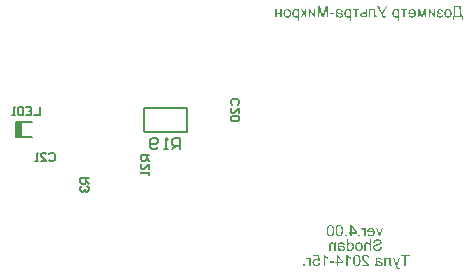
<source format=gbo>
G04 Layer_Color=32896*
%FSLAX25Y25*%
%MOIN*%
G70*
G01*
G75*
%ADD60C,0.00787*%
%ADD64C,0.00591*%
%ADD105R,0.02165X0.05118*%
G36*
X128060Y-82874D02*
X127597D01*
Y-81378D01*
X127593Y-81263D01*
X127585Y-81160D01*
X127572Y-81074D01*
X127560Y-81004D01*
X127548Y-80947D01*
X127535Y-80906D01*
X127531Y-80894D01*
X127527Y-80881D01*
X127523Y-80873D01*
X127490Y-80808D01*
X127449Y-80750D01*
X127408Y-80701D01*
X127363Y-80660D01*
X127326Y-80627D01*
X127294Y-80603D01*
X127273Y-80586D01*
X127265Y-80582D01*
X127195Y-80545D01*
X127126Y-80516D01*
X127060Y-80500D01*
X127003Y-80484D01*
X126949Y-80475D01*
X126908Y-80471D01*
X126875D01*
X126777Y-80480D01*
X126691Y-80496D01*
X126621Y-80521D01*
X126560Y-80549D01*
X126511Y-80582D01*
X126478Y-80607D01*
X126457Y-80623D01*
X126449Y-80631D01*
X126420Y-80664D01*
X126400Y-80697D01*
X126363Y-80779D01*
X126334Y-80861D01*
X126318Y-80947D01*
X126305Y-81021D01*
X126301Y-81054D01*
Y-81082D01*
X126297Y-81107D01*
Y-81123D01*
Y-81136D01*
Y-81140D01*
Y-82874D01*
X125834D01*
Y-81140D01*
Y-81066D01*
X125838Y-80996D01*
X125842Y-80931D01*
X125850Y-80873D01*
X125859Y-80816D01*
X125867Y-80767D01*
X125875Y-80721D01*
X125883Y-80681D01*
X125891Y-80644D01*
X125900Y-80611D01*
X125908Y-80586D01*
X125916Y-80562D01*
X125924Y-80545D01*
X125928Y-80533D01*
X125932Y-80529D01*
Y-80525D01*
X125973Y-80451D01*
X126023Y-80381D01*
X126080Y-80324D01*
X126129Y-80279D01*
X126178Y-80242D01*
X126219Y-80213D01*
X126236Y-80205D01*
X126248Y-80197D01*
X126252Y-80193D01*
X126256D01*
X126342Y-80152D01*
X126433Y-80123D01*
X126519Y-80098D01*
X126601Y-80086D01*
X126674Y-80078D01*
X126703Y-80074D01*
X126732Y-80070D01*
X126781D01*
X126871Y-80074D01*
X126957Y-80086D01*
X127039Y-80107D01*
X127117Y-80127D01*
X127187Y-80160D01*
X127257Y-80189D01*
X127318Y-80225D01*
X127372Y-80258D01*
X127425Y-80295D01*
X127470Y-80332D01*
X127507Y-80361D01*
X127540Y-80389D01*
X127564Y-80414D01*
X127581Y-80435D01*
X127593Y-80447D01*
X127597Y-80451D01*
Y-79090D01*
X128060D01*
Y-82874D01*
D02*
G37*
G36*
X114612Y-74259D02*
X114686Y-74263D01*
X114756Y-74275D01*
X114822Y-74287D01*
X114879Y-74304D01*
X114936Y-74324D01*
X114990Y-74345D01*
X115035Y-74365D01*
X115080Y-74386D01*
X115117Y-74406D01*
X115149Y-74423D01*
X115174Y-74443D01*
X115195Y-74455D01*
X115211Y-74468D01*
X115219Y-74472D01*
X115223Y-74476D01*
X115272Y-74521D01*
X115318Y-74566D01*
X115400Y-74669D01*
X115473Y-74771D01*
X115531Y-74874D01*
X115555Y-74923D01*
X115576Y-74964D01*
X115592Y-75005D01*
X115609Y-75038D01*
X115617Y-75066D01*
X115625Y-75091D01*
X115633Y-75103D01*
Y-75107D01*
X115658Y-75185D01*
X115678Y-75271D01*
X115711Y-75448D01*
X115736Y-75628D01*
X115744Y-75714D01*
X115752Y-75800D01*
X115756Y-75878D01*
X115760Y-75952D01*
X115764Y-76018D01*
Y-76075D01*
X115769Y-76120D01*
Y-76157D01*
Y-76178D01*
Y-76186D01*
X115764Y-76378D01*
X115752Y-76559D01*
X115736Y-76723D01*
X115711Y-76875D01*
X115682Y-77014D01*
X115650Y-77141D01*
X115617Y-77252D01*
X115580Y-77354D01*
X115547Y-77440D01*
X115514Y-77518D01*
X115482Y-77580D01*
X115453Y-77633D01*
X115428Y-77674D01*
X115412Y-77703D01*
X115400Y-77719D01*
X115395Y-77723D01*
X115334Y-77793D01*
X115268Y-77850D01*
X115199Y-77904D01*
X115129Y-77949D01*
X115059Y-77986D01*
X114986Y-78018D01*
X114916Y-78043D01*
X114850Y-78063D01*
X114785Y-78080D01*
X114727Y-78092D01*
X114674Y-78100D01*
X114629Y-78105D01*
X114592Y-78109D01*
X114563Y-78113D01*
X114539D01*
X114461Y-78109D01*
X114391Y-78105D01*
X114321Y-78092D01*
X114256Y-78080D01*
X114194Y-78059D01*
X114141Y-78043D01*
X114088Y-78022D01*
X114042Y-78002D01*
X113997Y-77982D01*
X113961Y-77961D01*
X113928Y-77940D01*
X113903Y-77924D01*
X113883Y-77912D01*
X113866Y-77899D01*
X113858Y-77895D01*
X113854Y-77891D01*
X113805Y-77846D01*
X113756Y-77801D01*
X113673Y-77699D01*
X113604Y-77596D01*
X113546Y-77494D01*
X113522Y-77444D01*
X113501Y-77399D01*
X113485Y-77362D01*
X113469Y-77325D01*
X113456Y-77301D01*
X113452Y-77276D01*
X113444Y-77264D01*
Y-77260D01*
X113419Y-77182D01*
X113399Y-77096D01*
X113362Y-76920D01*
X113337Y-76739D01*
X113329Y-76653D01*
X113321Y-76567D01*
X113317Y-76489D01*
X113313Y-76415D01*
X113309Y-76354D01*
X113304Y-76296D01*
Y-76251D01*
Y-76214D01*
Y-76194D01*
Y-76186D01*
Y-76083D01*
X113309Y-75985D01*
X113313Y-75895D01*
X113317Y-75809D01*
X113325Y-75731D01*
X113333Y-75657D01*
X113341Y-75591D01*
X113346Y-75530D01*
X113354Y-75476D01*
X113362Y-75431D01*
X113370Y-75390D01*
X113378Y-75358D01*
X113382Y-75329D01*
X113386Y-75312D01*
X113391Y-75300D01*
Y-75296D01*
X113423Y-75177D01*
X113464Y-75066D01*
X113501Y-74972D01*
X113538Y-74890D01*
X113559Y-74857D01*
X113571Y-74825D01*
X113587Y-74796D01*
X113600Y-74775D01*
X113612Y-74759D01*
X113616Y-74747D01*
X113624Y-74738D01*
Y-74734D01*
X113682Y-74652D01*
X113747Y-74578D01*
X113809Y-74517D01*
X113870Y-74468D01*
X113924Y-74427D01*
X113965Y-74402D01*
X113981Y-74390D01*
X113993Y-74382D01*
X114002Y-74378D01*
X114006D01*
X114096Y-74337D01*
X114186Y-74308D01*
X114276Y-74283D01*
X114358Y-74271D01*
X114432Y-74263D01*
X114461Y-74259D01*
X114489Y-74255D01*
X114539D01*
X114612Y-74259D01*
D02*
G37*
G36*
X117552D02*
X117626Y-74263D01*
X117696Y-74275D01*
X117761Y-74287D01*
X117819Y-74304D01*
X117876Y-74324D01*
X117929Y-74345D01*
X117974Y-74365D01*
X118019Y-74386D01*
X118056Y-74406D01*
X118089Y-74423D01*
X118114Y-74443D01*
X118134Y-74455D01*
X118151Y-74468D01*
X118159Y-74472D01*
X118163Y-74476D01*
X118212Y-74521D01*
X118257Y-74566D01*
X118339Y-74669D01*
X118413Y-74771D01*
X118471Y-74874D01*
X118495Y-74923D01*
X118516Y-74964D01*
X118532Y-75005D01*
X118548Y-75038D01*
X118557Y-75066D01*
X118565Y-75091D01*
X118573Y-75103D01*
Y-75107D01*
X118598Y-75185D01*
X118618Y-75271D01*
X118651Y-75448D01*
X118675Y-75628D01*
X118684Y-75714D01*
X118692Y-75800D01*
X118696Y-75878D01*
X118700Y-75952D01*
X118704Y-76018D01*
Y-76075D01*
X118708Y-76120D01*
Y-76157D01*
Y-76178D01*
Y-76186D01*
X118704Y-76378D01*
X118692Y-76559D01*
X118675Y-76723D01*
X118651Y-76875D01*
X118622Y-77014D01*
X118589Y-77141D01*
X118557Y-77252D01*
X118520Y-77354D01*
X118487Y-77440D01*
X118454Y-77518D01*
X118421Y-77580D01*
X118393Y-77633D01*
X118368Y-77674D01*
X118352Y-77703D01*
X118339Y-77719D01*
X118335Y-77723D01*
X118274Y-77793D01*
X118208Y-77850D01*
X118138Y-77904D01*
X118069Y-77949D01*
X117999Y-77986D01*
X117925Y-78018D01*
X117856Y-78043D01*
X117790Y-78063D01*
X117724Y-78080D01*
X117667Y-78092D01*
X117614Y-78100D01*
X117569Y-78105D01*
X117532Y-78109D01*
X117503Y-78113D01*
X117478D01*
X117400Y-78109D01*
X117331Y-78105D01*
X117261Y-78092D01*
X117195Y-78080D01*
X117134Y-78059D01*
X117081Y-78043D01*
X117027Y-78022D01*
X116982Y-78002D01*
X116937Y-77982D01*
X116900Y-77961D01*
X116867Y-77940D01*
X116843Y-77924D01*
X116822Y-77912D01*
X116806Y-77899D01*
X116798Y-77895D01*
X116794Y-77891D01*
X116744Y-77846D01*
X116695Y-77801D01*
X116613Y-77699D01*
X116543Y-77596D01*
X116486Y-77494D01*
X116462Y-77444D01*
X116441Y-77399D01*
X116425Y-77362D01*
X116408Y-77325D01*
X116396Y-77301D01*
X116392Y-77276D01*
X116384Y-77264D01*
Y-77260D01*
X116359Y-77182D01*
X116339Y-77096D01*
X116302Y-76920D01*
X116277Y-76739D01*
X116269Y-76653D01*
X116261Y-76567D01*
X116256Y-76489D01*
X116252Y-76415D01*
X116248Y-76354D01*
X116244Y-76296D01*
Y-76251D01*
Y-76214D01*
Y-76194D01*
Y-76186D01*
Y-76083D01*
X116248Y-75985D01*
X116252Y-75895D01*
X116256Y-75809D01*
X116265Y-75731D01*
X116273Y-75657D01*
X116281Y-75591D01*
X116285Y-75530D01*
X116293Y-75476D01*
X116302Y-75431D01*
X116310Y-75390D01*
X116318Y-75358D01*
X116322Y-75329D01*
X116326Y-75312D01*
X116330Y-75300D01*
Y-75296D01*
X116363Y-75177D01*
X116404Y-75066D01*
X116441Y-74972D01*
X116478Y-74890D01*
X116498Y-74857D01*
X116511Y-74825D01*
X116527Y-74796D01*
X116539Y-74775D01*
X116552Y-74759D01*
X116556Y-74747D01*
X116564Y-74738D01*
Y-74734D01*
X116621Y-74652D01*
X116687Y-74578D01*
X116748Y-74517D01*
X116810Y-74468D01*
X116863Y-74427D01*
X116904Y-74402D01*
X116921Y-74390D01*
X116933Y-74382D01*
X116941Y-74378D01*
X116945D01*
X117035Y-74337D01*
X117126Y-74308D01*
X117216Y-74283D01*
X117298Y-74271D01*
X117372Y-74263D01*
X117400Y-74259D01*
X117429Y-74255D01*
X117478D01*
X117552Y-74259D01*
D02*
G37*
G36*
X118208Y-80074D02*
X118327Y-80086D01*
X118433Y-80102D01*
X118483Y-80111D01*
X118524Y-80119D01*
X118565Y-80127D01*
X118602Y-80135D01*
X118630Y-80143D01*
X118655Y-80152D01*
X118675Y-80160D01*
X118692Y-80164D01*
X118700Y-80168D01*
X118704D01*
X118798Y-80209D01*
X118880Y-80254D01*
X118950Y-80299D01*
X119008Y-80344D01*
X119053Y-80385D01*
X119085Y-80418D01*
X119106Y-80439D01*
X119114Y-80443D01*
Y-80447D01*
X119163Y-80516D01*
X119204Y-80594D01*
X119237Y-80672D01*
X119266Y-80746D01*
X119286Y-80812D01*
X119295Y-80840D01*
X119303Y-80865D01*
X119307Y-80885D01*
X119311Y-80902D01*
X119315Y-80910D01*
Y-80914D01*
X118860Y-80976D01*
X118843Y-80922D01*
X118827Y-80873D01*
X118794Y-80791D01*
X118753Y-80717D01*
X118716Y-80664D01*
X118684Y-80623D01*
X118655Y-80590D01*
X118639Y-80574D01*
X118630Y-80570D01*
X118565Y-80533D01*
X118487Y-80504D01*
X118409Y-80484D01*
X118331Y-80467D01*
X118257Y-80459D01*
X118228D01*
X118200Y-80455D01*
X118147D01*
X118024Y-80463D01*
X117917Y-80480D01*
X117827Y-80504D01*
X117753Y-80533D01*
X117695Y-80566D01*
X117675Y-80578D01*
X117655Y-80590D01*
X117638Y-80598D01*
X117630Y-80607D01*
X117622Y-80615D01*
X117577Y-80664D01*
X117544Y-80726D01*
X117519Y-80791D01*
X117503Y-80857D01*
X117495Y-80918D01*
X117486Y-80967D01*
Y-80984D01*
Y-81000D01*
Y-81008D01*
Y-81013D01*
Y-81025D01*
Y-81041D01*
Y-81082D01*
X117490Y-81099D01*
Y-81115D01*
Y-81127D01*
Y-81132D01*
X117544Y-81148D01*
X117601Y-81164D01*
X117667Y-81181D01*
X117732Y-81197D01*
X117868Y-81226D01*
X118003Y-81250D01*
X118069Y-81259D01*
X118126Y-81267D01*
X118179Y-81275D01*
X118228Y-81283D01*
X118265Y-81287D01*
X118294Y-81291D01*
X118310Y-81296D01*
X118319D01*
X118417Y-81308D01*
X118499Y-81320D01*
X118573Y-81332D01*
X118630Y-81341D01*
X118675Y-81353D01*
X118708Y-81357D01*
X118725Y-81365D01*
X118733D01*
X118798Y-81386D01*
X118864Y-81410D01*
X118921Y-81435D01*
X118971Y-81459D01*
X119012Y-81480D01*
X119040Y-81501D01*
X119061Y-81513D01*
X119069Y-81517D01*
X119122Y-81558D01*
X119167Y-81599D01*
X119208Y-81644D01*
X119241Y-81685D01*
X119270Y-81726D01*
X119290Y-81755D01*
X119303Y-81775D01*
X119307Y-81783D01*
X119335Y-81849D01*
X119360Y-81911D01*
X119377Y-81972D01*
X119385Y-82029D01*
X119393Y-82079D01*
X119397Y-82120D01*
Y-82144D01*
Y-82148D01*
Y-82152D01*
X119393Y-82214D01*
X119385Y-82275D01*
X119377Y-82333D01*
X119360Y-82386D01*
X119319Y-82485D01*
X119274Y-82562D01*
X119254Y-82599D01*
X119233Y-82628D01*
X119212Y-82657D01*
X119192Y-82677D01*
X119176Y-82694D01*
X119167Y-82706D01*
X119159Y-82714D01*
X119155Y-82718D01*
X119106Y-82755D01*
X119057Y-82788D01*
X118999Y-82821D01*
X118946Y-82845D01*
X118831Y-82882D01*
X118716Y-82907D01*
X118667Y-82919D01*
X118618Y-82923D01*
X118573Y-82927D01*
X118536Y-82931D01*
X118507Y-82936D01*
X118462D01*
X118360Y-82931D01*
X118265Y-82923D01*
X118179Y-82907D01*
X118101Y-82890D01*
X118040Y-82874D01*
X118011Y-82866D01*
X117991Y-82858D01*
X117974Y-82854D01*
X117962Y-82849D01*
X117954Y-82845D01*
X117950D01*
X117859Y-82804D01*
X117769Y-82759D01*
X117687Y-82706D01*
X117609Y-82653D01*
X117544Y-82608D01*
X117519Y-82583D01*
X117495Y-82566D01*
X117474Y-82550D01*
X117462Y-82538D01*
X117454Y-82534D01*
X117449Y-82530D01*
X117441Y-82603D01*
X117429Y-82669D01*
X117413Y-82726D01*
X117396Y-82776D01*
X117384Y-82817D01*
X117372Y-82849D01*
X117363Y-82866D01*
X117359Y-82874D01*
X116876D01*
X116904Y-82817D01*
X116929Y-82755D01*
X116949Y-82702D01*
X116966Y-82653D01*
X116978Y-82608D01*
X116986Y-82575D01*
X116990Y-82554D01*
Y-82546D01*
X116994Y-82509D01*
X116999Y-82460D01*
X117003Y-82407D01*
X117007Y-82345D01*
X117011Y-82279D01*
Y-82210D01*
X117015Y-82070D01*
Y-82005D01*
X117019Y-81939D01*
Y-81882D01*
Y-81828D01*
Y-81788D01*
Y-81755D01*
Y-81734D01*
Y-81726D01*
Y-81107D01*
Y-81050D01*
Y-81000D01*
X117023Y-80955D01*
Y-80910D01*
X117027Y-80836D01*
X117031Y-80779D01*
X117035Y-80734D01*
X117040Y-80705D01*
X117044Y-80685D01*
Y-80681D01*
X117060Y-80611D01*
X117085Y-80549D01*
X117109Y-80496D01*
X117134Y-80451D01*
X117154Y-80414D01*
X117175Y-80385D01*
X117187Y-80369D01*
X117191Y-80365D01*
X117236Y-80320D01*
X117286Y-80279D01*
X117339Y-80242D01*
X117392Y-80213D01*
X117441Y-80189D01*
X117478Y-80172D01*
X117495Y-80164D01*
X117507Y-80160D01*
X117511Y-80156D01*
X117515D01*
X117601Y-80127D01*
X117695Y-80107D01*
X117790Y-80090D01*
X117880Y-80082D01*
X117958Y-80074D01*
X117995D01*
X118024Y-80070D01*
X118081D01*
X118208Y-80074D01*
D02*
G37*
G36*
X124104D02*
X124194Y-80082D01*
X124276Y-80098D01*
X124358Y-80119D01*
X124436Y-80139D01*
X124506Y-80168D01*
X124571Y-80193D01*
X124629Y-80221D01*
X124686Y-80250D01*
X124731Y-80279D01*
X124772Y-80307D01*
X124809Y-80328D01*
X124834Y-80348D01*
X124854Y-80365D01*
X124866Y-80373D01*
X124871Y-80377D01*
X124944Y-80451D01*
X125010Y-80529D01*
X125067Y-80615D01*
X125117Y-80705D01*
X125153Y-80799D01*
X125190Y-80894D01*
X125219Y-80988D01*
X125240Y-81078D01*
X125256Y-81164D01*
X125272Y-81242D01*
X125280Y-81316D01*
X125285Y-81382D01*
X125289Y-81431D01*
X125293Y-81472D01*
Y-81496D01*
Y-81501D01*
Y-81505D01*
X125289Y-81632D01*
X125276Y-81751D01*
X125260Y-81861D01*
X125240Y-81964D01*
X125211Y-82058D01*
X125182Y-82144D01*
X125149Y-82222D01*
X125117Y-82296D01*
X125084Y-82357D01*
X125051Y-82415D01*
X125022Y-82460D01*
X124994Y-82497D01*
X124973Y-82530D01*
X124957Y-82550D01*
X124944Y-82562D01*
X124940Y-82566D01*
X124871Y-82632D01*
X124797Y-82689D01*
X124723Y-82739D01*
X124645Y-82780D01*
X124567Y-82817D01*
X124489Y-82845D01*
X124415Y-82870D01*
X124342Y-82890D01*
X124272Y-82903D01*
X124210Y-82915D01*
X124153Y-82923D01*
X124104Y-82931D01*
X124063D01*
X124034Y-82936D01*
X124010D01*
X123878Y-82927D01*
X123755Y-82911D01*
X123645Y-82882D01*
X123591Y-82870D01*
X123546Y-82854D01*
X123501Y-82837D01*
X123464Y-82825D01*
X123431Y-82808D01*
X123403Y-82796D01*
X123378Y-82788D01*
X123362Y-82780D01*
X123354Y-82771D01*
X123349D01*
X123243Y-82702D01*
X123149Y-82628D01*
X123071Y-82550D01*
X123005Y-82472D01*
X122952Y-82407D01*
X122931Y-82374D01*
X122915Y-82349D01*
X122903Y-82329D01*
X122894Y-82312D01*
X122886Y-82304D01*
Y-82300D01*
X122857Y-82239D01*
X122833Y-82177D01*
X122792Y-82042D01*
X122763Y-81902D01*
X122747Y-81771D01*
X122739Y-81710D01*
X122734Y-81652D01*
X122730Y-81599D01*
Y-81554D01*
X122726Y-81517D01*
Y-81492D01*
Y-81472D01*
Y-81468D01*
X122730Y-81349D01*
X122743Y-81234D01*
X122759Y-81127D01*
X122784Y-81029D01*
X122808Y-80939D01*
X122841Y-80857D01*
X122874Y-80779D01*
X122907Y-80709D01*
X122939Y-80648D01*
X122972Y-80594D01*
X123005Y-80549D01*
X123030Y-80512D01*
X123054Y-80480D01*
X123071Y-80459D01*
X123083Y-80447D01*
X123087Y-80443D01*
X123157Y-80377D01*
X123231Y-80320D01*
X123304Y-80270D01*
X123382Y-80225D01*
X123460Y-80193D01*
X123534Y-80160D01*
X123612Y-80135D01*
X123681Y-80115D01*
X123751Y-80102D01*
X123813Y-80090D01*
X123866Y-80082D01*
X123915Y-80074D01*
X123956D01*
X123985Y-80070D01*
X124010D01*
X124104Y-80074D01*
D02*
G37*
G36*
X130360Y-79028D02*
X130492Y-79045D01*
X130606Y-79065D01*
X130660Y-79077D01*
X130709Y-79090D01*
X130754Y-79102D01*
X130795Y-79114D01*
X130832Y-79127D01*
X130861Y-79135D01*
X130881Y-79143D01*
X130902Y-79151D01*
X130910Y-79155D01*
X130914D01*
X131025Y-79209D01*
X131119Y-79270D01*
X131201Y-79332D01*
X131266Y-79393D01*
X131320Y-79451D01*
X131361Y-79496D01*
X131373Y-79512D01*
X131381Y-79524D01*
X131389Y-79532D01*
Y-79537D01*
X131443Y-79631D01*
X131484Y-79725D01*
X131508Y-79811D01*
X131529Y-79893D01*
X131541Y-79967D01*
X131545Y-79996D01*
Y-80020D01*
X131549Y-80041D01*
Y-80057D01*
Y-80066D01*
Y-80070D01*
X131545Y-80164D01*
X131529Y-80254D01*
X131508Y-80336D01*
X131484Y-80406D01*
X131459Y-80463D01*
X131439Y-80508D01*
X131430Y-80525D01*
X131422Y-80537D01*
X131418Y-80541D01*
Y-80545D01*
X131365Y-80619D01*
X131299Y-80689D01*
X131234Y-80746D01*
X131164Y-80799D01*
X131107Y-80840D01*
X131057Y-80869D01*
X131037Y-80877D01*
X131025Y-80885D01*
X131016Y-80894D01*
X131012D01*
X130971Y-80914D01*
X130922Y-80935D01*
X130869Y-80955D01*
X130811Y-80976D01*
X130693Y-81017D01*
X130570Y-81054D01*
X130512Y-81070D01*
X130463Y-81086D01*
X130414Y-81099D01*
X130369Y-81111D01*
X130336Y-81119D01*
X130307Y-81127D01*
X130291Y-81132D01*
X130287D01*
X130192Y-81152D01*
X130106Y-81177D01*
X130032Y-81193D01*
X129963Y-81213D01*
X129901Y-81230D01*
X129844Y-81242D01*
X129799Y-81259D01*
X129754Y-81271D01*
X129721Y-81279D01*
X129688Y-81291D01*
X129663Y-81300D01*
X129647Y-81304D01*
X129631Y-81308D01*
X129622Y-81312D01*
X129614Y-81316D01*
X129532Y-81353D01*
X129463Y-81390D01*
X129401Y-81427D01*
X129356Y-81459D01*
X129319Y-81492D01*
X129294Y-81517D01*
X129278Y-81533D01*
X129274Y-81537D01*
X129237Y-81587D01*
X129212Y-81640D01*
X129192Y-81693D01*
X129180Y-81742D01*
X129171Y-81783D01*
X129167Y-81820D01*
Y-81841D01*
Y-81845D01*
Y-81849D01*
X129171Y-81911D01*
X129184Y-81972D01*
X129204Y-82025D01*
X129221Y-82074D01*
X129241Y-82116D01*
X129262Y-82148D01*
X129274Y-82165D01*
X129278Y-82173D01*
X129323Y-82226D01*
X129372Y-82271D01*
X129430Y-82312D01*
X129483Y-82345D01*
X129532Y-82370D01*
X129569Y-82390D01*
X129586Y-82398D01*
X129598Y-82402D01*
X129602Y-82407D01*
X129606D01*
X129688Y-82435D01*
X129774Y-82456D01*
X129860Y-82468D01*
X129938Y-82476D01*
X130004Y-82485D01*
X130032D01*
X130057Y-82489D01*
X130106D01*
X130225Y-82485D01*
X130332Y-82472D01*
X130434Y-82452D01*
X130520Y-82431D01*
X130557Y-82423D01*
X130590Y-82415D01*
X130619Y-82402D01*
X130643Y-82394D01*
X130664Y-82386D01*
X130676Y-82382D01*
X130684Y-82378D01*
X130688D01*
X130779Y-82333D01*
X130857Y-82284D01*
X130922Y-82239D01*
X130975Y-82189D01*
X131016Y-82148D01*
X131045Y-82116D01*
X131066Y-82095D01*
X131070Y-82087D01*
X131111Y-82013D01*
X131143Y-81935D01*
X131168Y-81857D01*
X131189Y-81783D01*
X131205Y-81714D01*
X131209Y-81689D01*
X131213Y-81665D01*
X131217Y-81644D01*
X131221Y-81628D01*
Y-81619D01*
Y-81615D01*
X131693Y-81656D01*
X131689Y-81726D01*
X131681Y-81796D01*
X131656Y-81923D01*
X131623Y-82042D01*
X131607Y-82095D01*
X131586Y-82140D01*
X131570Y-82185D01*
X131549Y-82226D01*
X131533Y-82259D01*
X131517Y-82288D01*
X131504Y-82312D01*
X131496Y-82329D01*
X131492Y-82337D01*
X131488Y-82341D01*
X131410Y-82448D01*
X131320Y-82538D01*
X131230Y-82616D01*
X131143Y-82677D01*
X131066Y-82726D01*
X131033Y-82743D01*
X131004Y-82759D01*
X130980Y-82771D01*
X130963Y-82780D01*
X130951Y-82788D01*
X130947D01*
X130807Y-82837D01*
X130664Y-82874D01*
X130520Y-82899D01*
X130385Y-82915D01*
X130319Y-82923D01*
X130262Y-82927D01*
X130213Y-82931D01*
X130168D01*
X130131Y-82936D01*
X130082D01*
X129934Y-82927D01*
X129799Y-82911D01*
X129676Y-82890D01*
X129618Y-82874D01*
X129569Y-82862D01*
X129520Y-82849D01*
X129479Y-82833D01*
X129442Y-82821D01*
X129413Y-82812D01*
X129389Y-82800D01*
X129372Y-82796D01*
X129360Y-82788D01*
X129356D01*
X129241Y-82726D01*
X129143Y-82661D01*
X129057Y-82591D01*
X128987Y-82525D01*
X128929Y-82464D01*
X128893Y-82419D01*
X128876Y-82398D01*
X128868Y-82386D01*
X128860Y-82378D01*
Y-82374D01*
X128827Y-82325D01*
X128802Y-82271D01*
X128757Y-82173D01*
X128725Y-82079D01*
X128704Y-81993D01*
X128692Y-81915D01*
X128688Y-81886D01*
Y-81857D01*
X128683Y-81837D01*
Y-81820D01*
Y-81812D01*
Y-81808D01*
X128692Y-81697D01*
X128708Y-81595D01*
X128733Y-81505D01*
X128761Y-81427D01*
X128794Y-81361D01*
X128806Y-81332D01*
X128819Y-81312D01*
X128827Y-81296D01*
X128835Y-81283D01*
X128843Y-81275D01*
Y-81271D01*
X128876Y-81230D01*
X128909Y-81189D01*
X128987Y-81111D01*
X129065Y-81045D01*
X129147Y-80992D01*
X129217Y-80947D01*
X129249Y-80927D01*
X129278Y-80914D01*
X129298Y-80902D01*
X129315Y-80894D01*
X129327Y-80885D01*
X129331D01*
X129376Y-80865D01*
X129434Y-80844D01*
X129491Y-80824D01*
X129557Y-80804D01*
X129696Y-80767D01*
X129836Y-80730D01*
X129901Y-80709D01*
X129963Y-80697D01*
X130020Y-80681D01*
X130069Y-80672D01*
X130110Y-80660D01*
X130139Y-80652D01*
X130159Y-80648D01*
X130168D01*
X130278Y-80623D01*
X130377Y-80594D01*
X130463Y-80570D01*
X130545Y-80545D01*
X130615Y-80521D01*
X130676Y-80500D01*
X130729Y-80480D01*
X130774Y-80459D01*
X130811Y-80439D01*
X130844Y-80422D01*
X130869Y-80410D01*
X130889Y-80398D01*
X130906Y-80385D01*
X130914Y-80377D01*
X130922Y-80373D01*
X130971Y-80320D01*
X131004Y-80266D01*
X131029Y-80209D01*
X131049Y-80156D01*
X131057Y-80111D01*
X131061Y-80074D01*
X131066Y-80049D01*
Y-80045D01*
Y-80041D01*
X131061Y-79996D01*
X131057Y-79955D01*
X131033Y-79881D01*
X131000Y-79811D01*
X130963Y-79754D01*
X130926Y-79705D01*
X130893Y-79668D01*
X130869Y-79647D01*
X130865Y-79639D01*
X130861D01*
X130820Y-79610D01*
X130770Y-79582D01*
X130668Y-79541D01*
X130561Y-79512D01*
X130451Y-79492D01*
X130401Y-79483D01*
X130352Y-79479D01*
X130311Y-79475D01*
X130274D01*
X130242Y-79471D01*
X130123D01*
X130049Y-79479D01*
X129979Y-79487D01*
X129913Y-79500D01*
X129856Y-79512D01*
X129803Y-79528D01*
X129754Y-79545D01*
X129709Y-79561D01*
X129672Y-79582D01*
X129639Y-79598D01*
X129610Y-79615D01*
X129586Y-79627D01*
X129569Y-79639D01*
X129553Y-79647D01*
X129549Y-79651D01*
X129544Y-79655D01*
X129504Y-79692D01*
X129467Y-79729D01*
X129409Y-79815D01*
X129360Y-79906D01*
X129327Y-79992D01*
X129303Y-80070D01*
X129294Y-80102D01*
X129286Y-80135D01*
X129282Y-80160D01*
Y-80176D01*
X129278Y-80189D01*
Y-80193D01*
X128798Y-80156D01*
X128811Y-80033D01*
X128835Y-79922D01*
X128864Y-79820D01*
X128897Y-79733D01*
X128917Y-79697D01*
X128929Y-79660D01*
X128946Y-79631D01*
X128958Y-79606D01*
X128971Y-79586D01*
X128979Y-79574D01*
X128983Y-79565D01*
X128987Y-79561D01*
X129057Y-79467D01*
X129135Y-79389D01*
X129217Y-79319D01*
X129298Y-79262D01*
X129368Y-79221D01*
X129401Y-79204D01*
X129426Y-79188D01*
X129446Y-79176D01*
X129467Y-79172D01*
X129475Y-79163D01*
X129479D01*
X129602Y-79118D01*
X129729Y-79081D01*
X129856Y-79057D01*
X129971Y-79040D01*
X130024Y-79036D01*
X130069Y-79032D01*
X130114Y-79028D01*
X130151Y-79024D01*
X130221D01*
X130360Y-79028D01*
D02*
G37*
G36*
X115117Y-80074D02*
X115215Y-80090D01*
X115305Y-80111D01*
X115391Y-80139D01*
X115469Y-80176D01*
X115539Y-80213D01*
X115604Y-80254D01*
X115662Y-80295D01*
X115715Y-80340D01*
X115760Y-80381D01*
X115797Y-80418D01*
X115826Y-80455D01*
X115850Y-80484D01*
X115871Y-80504D01*
X115879Y-80521D01*
X115883Y-80525D01*
Y-80131D01*
X116302D01*
Y-82874D01*
X115838D01*
Y-81378D01*
X115834Y-81283D01*
X115830Y-81193D01*
X115818Y-81115D01*
X115805Y-81041D01*
X115789Y-80976D01*
X115773Y-80918D01*
X115752Y-80865D01*
X115732Y-80820D01*
X115711Y-80779D01*
X115691Y-80746D01*
X115674Y-80721D01*
X115658Y-80697D01*
X115646Y-80681D01*
X115633Y-80668D01*
X115629Y-80664D01*
X115625Y-80660D01*
X115584Y-80627D01*
X115539Y-80598D01*
X115453Y-80549D01*
X115367Y-80516D01*
X115289Y-80496D01*
X115219Y-80480D01*
X115186Y-80475D01*
X115162D01*
X115141Y-80471D01*
X115112D01*
X115043Y-80475D01*
X114981Y-80484D01*
X114928Y-80500D01*
X114879Y-80512D01*
X114842Y-80529D01*
X114813Y-80545D01*
X114793Y-80553D01*
X114789Y-80558D01*
X114739Y-80590D01*
X114698Y-80627D01*
X114666Y-80664D01*
X114641Y-80701D01*
X114620Y-80734D01*
X114608Y-80758D01*
X114600Y-80775D01*
X114596Y-80783D01*
X114575Y-80840D01*
X114563Y-80906D01*
X114551Y-80976D01*
X114547Y-81045D01*
X114543Y-81107D01*
X114539Y-81136D01*
Y-81160D01*
Y-81177D01*
Y-81193D01*
Y-81201D01*
Y-81205D01*
Y-82874D01*
X114075D01*
Y-81189D01*
Y-81132D01*
Y-81078D01*
X114079Y-81025D01*
Y-80980D01*
X114083Y-80939D01*
Y-80902D01*
X114087Y-80840D01*
X114096Y-80795D01*
X114100Y-80762D01*
X114104Y-80742D01*
Y-80738D01*
X114120Y-80664D01*
X114145Y-80598D01*
X114165Y-80541D01*
X114190Y-80492D01*
X114215Y-80451D01*
X114231Y-80418D01*
X114243Y-80402D01*
X114247Y-80393D01*
X114288Y-80340D01*
X114338Y-80295D01*
X114391Y-80258D01*
X114440Y-80221D01*
X114489Y-80197D01*
X114526Y-80176D01*
X114551Y-80164D01*
X114555Y-80160D01*
X114559D01*
X114637Y-80131D01*
X114715Y-80107D01*
X114793Y-80090D01*
X114862Y-80082D01*
X114924Y-80074D01*
X114948D01*
X114973Y-80070D01*
X115014D01*
X115117Y-80074D01*
D02*
G37*
G36*
X128134Y-75251D02*
X128237Y-75263D01*
X128327Y-75284D01*
X128417Y-75308D01*
X128499Y-75337D01*
X128577Y-75370D01*
X128647Y-75403D01*
X128708Y-75440D01*
X128766Y-75476D01*
X128815Y-75509D01*
X128860Y-75542D01*
X128893Y-75571D01*
X128921Y-75595D01*
X128942Y-75616D01*
X128954Y-75628D01*
X128958Y-75632D01*
X129020Y-75706D01*
X129073Y-75788D01*
X129122Y-75874D01*
X129163Y-75960D01*
X129196Y-76050D01*
X129225Y-76141D01*
X129249Y-76227D01*
X129266Y-76313D01*
X129282Y-76391D01*
X129290Y-76469D01*
X129299Y-76534D01*
X129307Y-76592D01*
Y-76641D01*
X129311Y-76678D01*
Y-76698D01*
Y-76706D01*
X129307Y-76829D01*
X129295Y-76944D01*
X129278Y-77051D01*
X129258Y-77149D01*
X129229Y-77244D01*
X129200Y-77330D01*
X129167Y-77407D01*
X129135Y-77477D01*
X129106Y-77539D01*
X129073Y-77592D01*
X129044Y-77637D01*
X129016Y-77674D01*
X128995Y-77707D01*
X128979Y-77727D01*
X128966Y-77740D01*
X128962Y-77744D01*
X128893Y-77809D01*
X128819Y-77867D01*
X128745Y-77916D01*
X128663Y-77957D01*
X128585Y-77994D01*
X128503Y-78022D01*
X128425Y-78047D01*
X128351Y-78068D01*
X128282Y-78080D01*
X128216Y-78092D01*
X128159Y-78100D01*
X128105Y-78109D01*
X128065D01*
X128032Y-78113D01*
X128007D01*
X127921Y-78109D01*
X127835Y-78105D01*
X127757Y-78092D01*
X127683Y-78076D01*
X127613Y-78059D01*
X127552Y-78039D01*
X127490Y-78018D01*
X127437Y-77998D01*
X127388Y-77977D01*
X127347Y-77957D01*
X127310Y-77936D01*
X127277Y-77920D01*
X127257Y-77904D01*
X127236Y-77891D01*
X127228Y-77887D01*
X127224Y-77883D01*
X127167Y-77838D01*
X127117Y-77789D01*
X127072Y-77736D01*
X127027Y-77682D01*
X126953Y-77571D01*
X126896Y-77469D01*
X126875Y-77420D01*
X126855Y-77375D01*
X126839Y-77334D01*
X126826Y-77297D01*
X126814Y-77268D01*
X126806Y-77248D01*
X126802Y-77231D01*
Y-77227D01*
X127286Y-77166D01*
X127327Y-77268D01*
X127376Y-77358D01*
X127425Y-77436D01*
X127470Y-77494D01*
X127511Y-77543D01*
X127544Y-77576D01*
X127564Y-77592D01*
X127568Y-77600D01*
X127573D01*
X127642Y-77645D01*
X127716Y-77674D01*
X127790Y-77699D01*
X127855Y-77715D01*
X127917Y-77723D01*
X127966Y-77727D01*
X127982Y-77731D01*
X128007D01*
X128069Y-77727D01*
X128130Y-77719D01*
X128188Y-77711D01*
X128241Y-77694D01*
X128339Y-77658D01*
X128421Y-77613D01*
X128458Y-77592D01*
X128491Y-77567D01*
X128516Y-77547D01*
X128540Y-77530D01*
X128557Y-77514D01*
X128569Y-77502D01*
X128577Y-77498D01*
X128581Y-77494D01*
X128622Y-77444D01*
X128659Y-77395D01*
X128688Y-77338D01*
X128716Y-77284D01*
X128761Y-77166D01*
X128794Y-77055D01*
X128807Y-77002D01*
X128815Y-76952D01*
X128823Y-76911D01*
X128827Y-76870D01*
X128831Y-76842D01*
X128835Y-76817D01*
Y-76801D01*
Y-76797D01*
X126789D01*
X126785Y-76743D01*
Y-76702D01*
Y-76682D01*
Y-76674D01*
X126789Y-76551D01*
X126802Y-76436D01*
X126818Y-76325D01*
X126839Y-76223D01*
X126867Y-76128D01*
X126896Y-76042D01*
X126929Y-75964D01*
X126957Y-75895D01*
X126990Y-75833D01*
X127023Y-75776D01*
X127052Y-75731D01*
X127081Y-75694D01*
X127101Y-75661D01*
X127117Y-75640D01*
X127130Y-75628D01*
X127134Y-75624D01*
X127199Y-75558D01*
X127273Y-75501D01*
X127347Y-75448D01*
X127421Y-75407D01*
X127495Y-75370D01*
X127573Y-75337D01*
X127642Y-75312D01*
X127712Y-75292D01*
X127778Y-75280D01*
X127839Y-75267D01*
X127892Y-75259D01*
X127942Y-75251D01*
X127978D01*
X128007Y-75247D01*
X128032D01*
X128134Y-75251D01*
D02*
G37*
G36*
X131049Y-78051D02*
X130606D01*
X129565Y-75308D01*
X130045D01*
X130656Y-76985D01*
X130697Y-77096D01*
X130729Y-77194D01*
X130758Y-77284D01*
X130783Y-77358D01*
X130803Y-77420D01*
X130812Y-77444D01*
X130816Y-77469D01*
X130820Y-77485D01*
X130824Y-77498D01*
X130828Y-77502D01*
Y-77506D01*
X130861Y-77399D01*
X130889Y-77297D01*
X130918Y-77202D01*
X130947Y-77121D01*
X130971Y-77051D01*
X130980Y-77022D01*
X130988Y-76998D01*
X130996Y-76977D01*
X131000Y-76965D01*
X131004Y-76956D01*
Y-76952D01*
X131595Y-75308D01*
X132087D01*
X131049Y-78051D01*
D02*
G37*
G36*
X103078Y-2318D02*
X103168Y-2330D01*
X103246Y-2347D01*
X103311Y-2367D01*
X103365Y-2387D01*
X103406Y-2404D01*
X103430Y-2416D01*
X103434Y-2420D01*
X103438D01*
X103508Y-2465D01*
X103570Y-2515D01*
X103627Y-2568D01*
X103676Y-2617D01*
X103717Y-2662D01*
X103750Y-2703D01*
X103767Y-2728D01*
X103775Y-2732D01*
Y-2375D01*
X104197D01*
Y-6168D01*
X103734D01*
Y-4835D01*
X103689Y-4888D01*
X103639Y-4938D01*
X103590Y-4983D01*
X103541Y-5016D01*
X103500Y-5044D01*
X103463Y-5069D01*
X103443Y-5081D01*
X103434Y-5085D01*
X103365Y-5118D01*
X103291Y-5139D01*
X103221Y-5155D01*
X103156Y-5167D01*
X103098Y-5175D01*
X103057Y-5180D01*
X103016D01*
X102955Y-5175D01*
X102897Y-5171D01*
X102787Y-5151D01*
X102684Y-5122D01*
X102594Y-5089D01*
X102553Y-5073D01*
X102516Y-5061D01*
X102487Y-5044D01*
X102459Y-5032D01*
X102438Y-5020D01*
X102422Y-5012D01*
X102413Y-5003D01*
X102409D01*
X102307Y-4930D01*
X102221Y-4848D01*
X102143Y-4761D01*
X102081Y-4675D01*
X102032Y-4602D01*
X102016Y-4569D01*
X101999Y-4540D01*
X101987Y-4519D01*
X101979Y-4503D01*
X101971Y-4491D01*
Y-4487D01*
X101921Y-4355D01*
X101885Y-4224D01*
X101856Y-4097D01*
X101839Y-3982D01*
X101831Y-3929D01*
X101827Y-3880D01*
X101823Y-3835D01*
Y-3798D01*
X101819Y-3769D01*
Y-3749D01*
Y-3732D01*
Y-3728D01*
X101823Y-3585D01*
X101839Y-3449D01*
X101864Y-3326D01*
X101876Y-3273D01*
X101889Y-3220D01*
X101901Y-3175D01*
X101913Y-3130D01*
X101926Y-3093D01*
X101938Y-3064D01*
X101946Y-3039D01*
X101954Y-3023D01*
X101958Y-3011D01*
Y-3007D01*
X102016Y-2892D01*
X102077Y-2789D01*
X102147Y-2703D01*
X102213Y-2629D01*
X102270Y-2572D01*
X102319Y-2531D01*
X102340Y-2519D01*
X102352Y-2506D01*
X102360Y-2498D01*
X102364D01*
X102413Y-2465D01*
X102467Y-2437D01*
X102573Y-2392D01*
X102676Y-2359D01*
X102774Y-2338D01*
X102819Y-2330D01*
X102856Y-2322D01*
X102893Y-2318D01*
X102926D01*
X102951Y-2314D01*
X102983D01*
X103078Y-2318D01*
D02*
G37*
G36*
X125268Y-75251D02*
X125326Y-75263D01*
X125375Y-75275D01*
X125420Y-75292D01*
X125453Y-75312D01*
X125481Y-75325D01*
X125498Y-75337D01*
X125506Y-75341D01*
X125531Y-75362D01*
X125559Y-75386D01*
X125609Y-75440D01*
X125658Y-75505D01*
X125703Y-75571D01*
X125744Y-75628D01*
X125773Y-75681D01*
X125785Y-75698D01*
X125793Y-75714D01*
X125801Y-75722D01*
Y-75308D01*
X126219D01*
Y-78051D01*
X125756D01*
Y-76616D01*
X125752Y-76510D01*
X125744Y-76407D01*
X125732Y-76317D01*
X125719Y-76235D01*
X125707Y-76169D01*
X125699Y-76141D01*
X125695Y-76116D01*
X125691Y-76100D01*
X125687Y-76087D01*
X125682Y-76079D01*
Y-76075D01*
X125658Y-76018D01*
X125633Y-75964D01*
X125604Y-75923D01*
X125576Y-75886D01*
X125551Y-75858D01*
X125531Y-75837D01*
X125514Y-75825D01*
X125510Y-75821D01*
X125461Y-75788D01*
X125416Y-75767D01*
X125371Y-75751D01*
X125326Y-75739D01*
X125289Y-75731D01*
X125260Y-75726D01*
X125235D01*
X125170Y-75731D01*
X125108Y-75743D01*
X125051Y-75759D01*
X125002Y-75776D01*
X124957Y-75796D01*
X124924Y-75813D01*
X124903Y-75825D01*
X124895Y-75829D01*
X124731Y-75398D01*
X124821Y-75349D01*
X124912Y-75312D01*
X124989Y-75284D01*
X125063Y-75267D01*
X125125Y-75255D01*
X125149Y-75251D01*
X125170D01*
X125186Y-75247D01*
X125211D01*
X125268Y-75251D01*
D02*
G37*
G36*
X119918Y-78051D02*
X119389D01*
Y-77522D01*
X119918D01*
Y-78051D01*
D02*
G37*
G36*
X123276Y-76719D02*
Y-77145D01*
X121627D01*
Y-78051D01*
X121164D01*
Y-77145D01*
X120652D01*
Y-76719D01*
X121164D01*
Y-74267D01*
X121546D01*
X123276Y-76719D01*
D02*
G37*
G36*
X124325Y-78051D02*
X123796D01*
Y-77522D01*
X124325D01*
Y-78051D01*
D02*
G37*
G36*
X118825Y-86660D02*
Y-87086D01*
X117177D01*
Y-87992D01*
X116714D01*
Y-87086D01*
X116201D01*
Y-86660D01*
X116714D01*
Y-84208D01*
X117095D01*
X118825Y-86660D01*
D02*
G37*
G36*
X140945Y-84655D02*
X139699D01*
Y-87992D01*
X139198D01*
Y-84655D01*
X137952D01*
Y-84208D01*
X140945D01*
Y-84655D01*
D02*
G37*
G36*
X136718Y-87996D02*
X136738Y-88045D01*
X136751Y-88082D01*
X136759Y-88103D01*
X136763Y-88111D01*
X136779Y-88160D01*
X136796Y-88205D01*
X136812Y-88246D01*
X136824Y-88283D01*
X136849Y-88345D01*
X136870Y-88390D01*
X136882Y-88423D01*
X136894Y-88443D01*
X136898Y-88455D01*
X136902Y-88459D01*
X136951Y-88521D01*
X136980Y-88546D01*
X137005Y-88566D01*
X137025Y-88582D01*
X137042Y-88595D01*
X137054Y-88599D01*
X137058Y-88603D01*
X137095Y-88619D01*
X137136Y-88632D01*
X137177Y-88644D01*
X137214Y-88648D01*
X137251Y-88652D01*
X137279Y-88656D01*
X137304D01*
X137345Y-88652D01*
X137390Y-88648D01*
X137435Y-88640D01*
X137476Y-88632D01*
X137513Y-88623D01*
X137542Y-88619D01*
X137558Y-88611D01*
X137566D01*
X137513Y-89046D01*
X137452Y-89066D01*
X137398Y-89079D01*
X137345Y-89091D01*
X137300Y-89095D01*
X137267Y-89099D01*
X137239Y-89103D01*
X137214D01*
X137132Y-89099D01*
X137062Y-89087D01*
X136997Y-89066D01*
X136939Y-89046D01*
X136894Y-89029D01*
X136861Y-89009D01*
X136841Y-88997D01*
X136833Y-88993D01*
X136775Y-88947D01*
X136722Y-88894D01*
X136673Y-88841D01*
X136632Y-88783D01*
X136599Y-88734D01*
X136570Y-88693D01*
X136562Y-88677D01*
X136554Y-88665D01*
X136550Y-88660D01*
Y-88656D01*
X136529Y-88623D01*
X136513Y-88582D01*
X136492Y-88537D01*
X136468Y-88488D01*
X136427Y-88386D01*
X136382Y-88283D01*
X136365Y-88234D01*
X136345Y-88189D01*
X136328Y-88148D01*
X136316Y-88111D01*
X136304Y-88078D01*
X136295Y-88058D01*
X136287Y-88041D01*
Y-88037D01*
X135246Y-85249D01*
X135709D01*
X136300Y-86852D01*
X136341Y-86967D01*
X136378Y-87078D01*
X136410Y-87184D01*
X136439Y-87279D01*
X136451Y-87320D01*
X136460Y-87357D01*
X136472Y-87393D01*
X136476Y-87422D01*
X136484Y-87443D01*
X136488Y-87459D01*
X136492Y-87471D01*
Y-87476D01*
X136525Y-87353D01*
X136558Y-87238D01*
X136595Y-87127D01*
X136624Y-87033D01*
X136640Y-86992D01*
X136652Y-86955D01*
X136664Y-86922D01*
X136673Y-86893D01*
X136681Y-86869D01*
X136689Y-86852D01*
X136693Y-86844D01*
Y-86840D01*
X137263Y-85249D01*
X137755D01*
X136718Y-87996D01*
D02*
G37*
G36*
X107956Y-87992D02*
X107493D01*
Y-85631D01*
X106382D01*
Y-85249D01*
X107956D01*
Y-87992D01*
D02*
G37*
G36*
X123389Y-84200D02*
X123462Y-84204D01*
X123532Y-84216D01*
X123598Y-84228D01*
X123655Y-84245D01*
X123713Y-84265D01*
X123766Y-84286D01*
X123811Y-84306D01*
X123856Y-84327D01*
X123893Y-84347D01*
X123926Y-84364D01*
X123950Y-84384D01*
X123971Y-84396D01*
X123987Y-84409D01*
X123995Y-84413D01*
X124000Y-84417D01*
X124049Y-84462D01*
X124094Y-84507D01*
X124176Y-84610D01*
X124250Y-84712D01*
X124307Y-84815D01*
X124332Y-84864D01*
X124352Y-84905D01*
X124369Y-84946D01*
X124385Y-84979D01*
X124393Y-85007D01*
X124401Y-85032D01*
X124410Y-85044D01*
Y-85048D01*
X124434Y-85126D01*
X124455Y-85212D01*
X124487Y-85389D01*
X124512Y-85569D01*
X124520Y-85655D01*
X124529Y-85741D01*
X124533Y-85819D01*
X124537Y-85893D01*
X124541Y-85958D01*
Y-86016D01*
X124545Y-86061D01*
Y-86098D01*
Y-86118D01*
Y-86127D01*
X124541Y-86319D01*
X124529Y-86500D01*
X124512Y-86664D01*
X124487Y-86815D01*
X124459Y-86955D01*
X124426Y-87082D01*
X124393Y-87193D01*
X124356Y-87295D01*
X124323Y-87381D01*
X124291Y-87459D01*
X124258Y-87521D01*
X124229Y-87574D01*
X124205Y-87615D01*
X124188Y-87644D01*
X124176Y-87660D01*
X124172Y-87664D01*
X124110Y-87734D01*
X124045Y-87791D01*
X123975Y-87845D01*
X123905Y-87890D01*
X123836Y-87927D01*
X123762Y-87959D01*
X123692Y-87984D01*
X123626Y-88004D01*
X123561Y-88021D01*
X123503Y-88033D01*
X123450Y-88041D01*
X123405Y-88045D01*
X123368Y-88050D01*
X123339Y-88054D01*
X123315D01*
X123237Y-88050D01*
X123167Y-88045D01*
X123098Y-88033D01*
X123032Y-88021D01*
X122970Y-88000D01*
X122917Y-87984D01*
X122864Y-87963D01*
X122819Y-87943D01*
X122774Y-87922D01*
X122737Y-87902D01*
X122704Y-87881D01*
X122679Y-87865D01*
X122659Y-87853D01*
X122643Y-87840D01*
X122634Y-87836D01*
X122630Y-87832D01*
X122581Y-87787D01*
X122532Y-87742D01*
X122450Y-87639D01*
X122380Y-87537D01*
X122323Y-87435D01*
X122298Y-87385D01*
X122278Y-87340D01*
X122261Y-87303D01*
X122245Y-87266D01*
X122232Y-87242D01*
X122228Y-87217D01*
X122220Y-87205D01*
Y-87201D01*
X122196Y-87123D01*
X122175Y-87037D01*
X122138Y-86861D01*
X122114Y-86680D01*
X122105Y-86594D01*
X122097Y-86508D01*
X122093Y-86430D01*
X122089Y-86356D01*
X122085Y-86295D01*
X122081Y-86237D01*
Y-86192D01*
Y-86155D01*
Y-86135D01*
Y-86127D01*
Y-86024D01*
X122085Y-85926D01*
X122089Y-85835D01*
X122093Y-85749D01*
X122101Y-85672D01*
X122109Y-85598D01*
X122118Y-85532D01*
X122122Y-85471D01*
X122130Y-85417D01*
X122138Y-85372D01*
X122146Y-85331D01*
X122155Y-85298D01*
X122159Y-85270D01*
X122163Y-85253D01*
X122167Y-85241D01*
Y-85237D01*
X122200Y-85118D01*
X122241Y-85007D01*
X122278Y-84913D01*
X122315Y-84831D01*
X122335Y-84798D01*
X122347Y-84765D01*
X122364Y-84737D01*
X122376Y-84716D01*
X122388Y-84700D01*
X122392Y-84688D01*
X122401Y-84679D01*
Y-84675D01*
X122458Y-84593D01*
X122524Y-84519D01*
X122585Y-84458D01*
X122647Y-84409D01*
X122700Y-84368D01*
X122741Y-84343D01*
X122757Y-84331D01*
X122770Y-84323D01*
X122778Y-84319D01*
X122782D01*
X122872Y-84277D01*
X122962Y-84249D01*
X123053Y-84224D01*
X123135Y-84212D01*
X123208Y-84204D01*
X123237Y-84200D01*
X123266Y-84196D01*
X123315D01*
X123389Y-84200D01*
D02*
G37*
G36*
X134623Y-87061D02*
Y-87123D01*
Y-87180D01*
X134627Y-87230D01*
Y-87275D01*
Y-87316D01*
X134631Y-87348D01*
Y-87377D01*
X134635Y-87402D01*
X134639Y-87422D01*
Y-87439D01*
X134643Y-87463D01*
X134647Y-87476D01*
Y-87480D01*
X134668Y-87521D01*
X134696Y-87549D01*
X134721Y-87570D01*
X134725Y-87574D01*
X134729D01*
X134754Y-87582D01*
X134787Y-87590D01*
X134856Y-87599D01*
X134885Y-87603D01*
X135135D01*
Y-87988D01*
X135057Y-87996D01*
X134988Y-88000D01*
X134926Y-88004D01*
X134869D01*
X134824Y-88008D01*
X134762D01*
X134668Y-88004D01*
X134590Y-87992D01*
X134520Y-87972D01*
X134463Y-87951D01*
X134422Y-87935D01*
X134389Y-87914D01*
X134373Y-87902D01*
X134364Y-87898D01*
X134315Y-87853D01*
X134278Y-87808D01*
X134250Y-87762D01*
X134225Y-87722D01*
X134209Y-87685D01*
X134200Y-87656D01*
X134192Y-87639D01*
Y-87631D01*
X134188Y-87599D01*
X134180Y-87562D01*
X134176Y-87516D01*
X134172Y-87467D01*
X134168Y-87365D01*
X134163Y-87258D01*
Y-87209D01*
X134159Y-87160D01*
Y-87115D01*
Y-87078D01*
Y-87045D01*
Y-87020D01*
Y-87004D01*
Y-87000D01*
Y-85631D01*
X132929D01*
Y-87992D01*
X132466D01*
Y-85249D01*
X134623D01*
Y-87061D01*
D02*
G37*
G36*
X105902Y-87992D02*
X105373D01*
Y-87463D01*
X105902D01*
Y-87992D01*
D02*
G37*
G36*
X120211Y-84290D02*
X120273Y-84380D01*
X120342Y-84466D01*
X120412Y-84540D01*
X120474Y-84610D01*
X120502Y-84634D01*
X120523Y-84659D01*
X120543Y-84679D01*
X120560Y-84692D01*
X120568Y-84700D01*
X120572Y-84704D01*
X120683Y-84798D01*
X120802Y-84880D01*
X120916Y-84958D01*
X121023Y-85024D01*
X121068Y-85048D01*
X121113Y-85073D01*
X121154Y-85097D01*
X121187Y-85114D01*
X121216Y-85126D01*
X121236Y-85138D01*
X121248Y-85143D01*
X121253Y-85147D01*
Y-85594D01*
X121171Y-85561D01*
X121084Y-85524D01*
X121002Y-85483D01*
X120929Y-85446D01*
X120863Y-85409D01*
X120834Y-85397D01*
X120810Y-85380D01*
X120789Y-85372D01*
X120777Y-85364D01*
X120769Y-85356D01*
X120765D01*
X120666Y-85294D01*
X120580Y-85237D01*
X120502Y-85184D01*
X120441Y-85134D01*
X120387Y-85093D01*
X120351Y-85065D01*
X120330Y-85044D01*
X120322Y-85036D01*
Y-87992D01*
X119859D01*
Y-84196D01*
X120158D01*
X120211Y-84290D01*
D02*
G37*
G36*
X126332Y-84200D02*
X126427Y-84208D01*
X126513Y-84220D01*
X126595Y-84241D01*
X126673Y-84261D01*
X126742Y-84286D01*
X126808Y-84310D01*
X126865Y-84335D01*
X126919Y-84364D01*
X126964Y-84388D01*
X127005Y-84413D01*
X127038Y-84433D01*
X127062Y-84454D01*
X127079Y-84466D01*
X127091Y-84474D01*
X127095Y-84478D01*
X127153Y-84532D01*
X127202Y-84593D01*
X127247Y-84655D01*
X127288Y-84724D01*
X127321Y-84790D01*
X127353Y-84856D01*
X127378Y-84925D01*
X127399Y-84987D01*
X127419Y-85048D01*
X127431Y-85106D01*
X127444Y-85159D01*
X127452Y-85204D01*
X127456Y-85241D01*
X127460Y-85266D01*
X127464Y-85282D01*
Y-85290D01*
X126988Y-85339D01*
X126984Y-85274D01*
X126980Y-85212D01*
X126956Y-85106D01*
X126923Y-85007D01*
X126907Y-84966D01*
X126886Y-84929D01*
X126870Y-84897D01*
X126849Y-84868D01*
X126833Y-84843D01*
X126820Y-84823D01*
X126804Y-84806D01*
X126796Y-84794D01*
X126792Y-84790D01*
X126788Y-84786D01*
X126747Y-84749D01*
X126706Y-84716D01*
X126661Y-84692D01*
X126615Y-84667D01*
X126525Y-84630D01*
X126439Y-84605D01*
X126365Y-84593D01*
X126332Y-84585D01*
X126304D01*
X126279Y-84581D01*
X126189D01*
X126132Y-84589D01*
X126029Y-84610D01*
X125943Y-84642D01*
X125865Y-84675D01*
X125808Y-84712D01*
X125783Y-84728D01*
X125763Y-84745D01*
X125746Y-84757D01*
X125734Y-84765D01*
X125730Y-84769D01*
X125726Y-84774D01*
X125689Y-84811D01*
X125660Y-84847D01*
X125631Y-84884D01*
X125611Y-84925D01*
X125574Y-85003D01*
X125549Y-85077D01*
X125537Y-85138D01*
X125529Y-85167D01*
Y-85192D01*
X125525Y-85208D01*
Y-85225D01*
Y-85233D01*
Y-85237D01*
X125529Y-85286D01*
X125533Y-85335D01*
X125558Y-85434D01*
X125594Y-85528D01*
X125636Y-85614D01*
X125677Y-85688D01*
X125693Y-85717D01*
X125713Y-85745D01*
X125726Y-85766D01*
X125738Y-85782D01*
X125742Y-85790D01*
X125746Y-85795D01*
X125791Y-85852D01*
X125845Y-85913D01*
X125906Y-85979D01*
X125972Y-86045D01*
X126107Y-86180D01*
X126246Y-86307D01*
X126312Y-86369D01*
X126378Y-86422D01*
X126435Y-86471D01*
X126484Y-86512D01*
X126525Y-86549D01*
X126554Y-86573D01*
X126574Y-86594D01*
X126583Y-86598D01*
X126656Y-86660D01*
X126722Y-86717D01*
X126788Y-86770D01*
X126845Y-86824D01*
X126902Y-86873D01*
X126952Y-86922D01*
X126997Y-86963D01*
X127038Y-87004D01*
X127075Y-87041D01*
X127103Y-87074D01*
X127132Y-87102D01*
X127153Y-87123D01*
X127173Y-87143D01*
X127185Y-87156D01*
X127189Y-87164D01*
X127193Y-87168D01*
X127267Y-87258D01*
X127329Y-87348D01*
X127382Y-87435D01*
X127423Y-87512D01*
X127456Y-87578D01*
X127468Y-87607D01*
X127480Y-87627D01*
X127489Y-87648D01*
X127493Y-87660D01*
X127497Y-87668D01*
Y-87672D01*
X127517Y-87730D01*
X127530Y-87787D01*
X127542Y-87840D01*
X127546Y-87890D01*
X127550Y-87931D01*
Y-87963D01*
Y-87984D01*
Y-87992D01*
X125045D01*
Y-87545D01*
X126911D01*
X126845Y-87455D01*
X126812Y-87414D01*
X126779Y-87377D01*
X126751Y-87344D01*
X126730Y-87320D01*
X126714Y-87303D01*
X126710Y-87299D01*
X126685Y-87275D01*
X126652Y-87242D01*
X126615Y-87209D01*
X126574Y-87172D01*
X126488Y-87090D01*
X126398Y-87012D01*
X126312Y-86938D01*
X126275Y-86906D01*
X126238Y-86877D01*
X126214Y-86852D01*
X126189Y-86836D01*
X126177Y-86824D01*
X126173Y-86819D01*
X126082Y-86742D01*
X125996Y-86668D01*
X125918Y-86602D01*
X125849Y-86537D01*
X125783Y-86479D01*
X125726Y-86422D01*
X125672Y-86373D01*
X125623Y-86327D01*
X125582Y-86291D01*
X125549Y-86254D01*
X125521Y-86225D01*
X125496Y-86200D01*
X125480Y-86180D01*
X125463Y-86168D01*
X125459Y-86159D01*
X125455Y-86155D01*
X125377Y-86065D01*
X125316Y-85983D01*
X125262Y-85905D01*
X125217Y-85835D01*
X125185Y-85778D01*
X125160Y-85733D01*
X125152Y-85717D01*
X125148Y-85704D01*
X125144Y-85700D01*
Y-85696D01*
X125111Y-85614D01*
X125090Y-85532D01*
X125074Y-85458D01*
X125062Y-85389D01*
X125053Y-85331D01*
X125049Y-85286D01*
Y-85270D01*
Y-85257D01*
Y-85253D01*
Y-85249D01*
X125053Y-85167D01*
X125062Y-85089D01*
X125078Y-85015D01*
X125098Y-84942D01*
X125123Y-84876D01*
X125152Y-84815D01*
X125180Y-84757D01*
X125209Y-84708D01*
X125238Y-84659D01*
X125267Y-84618D01*
X125295Y-84581D01*
X125320Y-84552D01*
X125340Y-84532D01*
X125357Y-84511D01*
X125365Y-84503D01*
X125369Y-84499D01*
X125431Y-84446D01*
X125496Y-84400D01*
X125566Y-84360D01*
X125640Y-84323D01*
X125709Y-84294D01*
X125783Y-84269D01*
X125853Y-84249D01*
X125923Y-84232D01*
X125984Y-84220D01*
X126046Y-84212D01*
X126099Y-84204D01*
X126144Y-84200D01*
X126181Y-84196D01*
X126234D01*
X126332Y-84200D01*
D02*
G37*
G36*
X120438Y-80451D02*
X120488Y-80389D01*
X120541Y-80336D01*
X120594Y-80291D01*
X120643Y-80250D01*
X120688Y-80217D01*
X120721Y-80197D01*
X120746Y-80180D01*
X120750Y-80176D01*
X120754D01*
X120828Y-80139D01*
X120906Y-80115D01*
X120980Y-80094D01*
X121049Y-80082D01*
X121107Y-80074D01*
X121156Y-80070D01*
X121258D01*
X121320Y-80078D01*
X121435Y-80098D01*
X121537Y-80127D01*
X121627Y-80160D01*
X121668Y-80176D01*
X121701Y-80193D01*
X121734Y-80209D01*
X121759Y-80221D01*
X121779Y-80234D01*
X121795Y-80242D01*
X121804Y-80246D01*
X121808Y-80250D01*
X121906Y-80324D01*
X121988Y-80406D01*
X122058Y-80488D01*
X122115Y-80574D01*
X122160Y-80648D01*
X122177Y-80681D01*
X122193Y-80705D01*
X122201Y-80730D01*
X122210Y-80746D01*
X122218Y-80758D01*
Y-80762D01*
X122263Y-80890D01*
X122296Y-81021D01*
X122320Y-81144D01*
X122337Y-81259D01*
X122341Y-81312D01*
X122345Y-81361D01*
X122349Y-81402D01*
Y-81439D01*
X122353Y-81468D01*
Y-81488D01*
Y-81505D01*
Y-81509D01*
X122345Y-81660D01*
X122328Y-81800D01*
X122320Y-81865D01*
X122308Y-81927D01*
X122292Y-81984D01*
X122279Y-82038D01*
X122267Y-82083D01*
X122251Y-82128D01*
X122238Y-82165D01*
X122230Y-82193D01*
X122218Y-82218D01*
X122214Y-82234D01*
X122205Y-82247D01*
Y-82251D01*
X122144Y-82366D01*
X122074Y-82468D01*
X122005Y-82554D01*
X121935Y-82624D01*
X121873Y-82681D01*
X121849Y-82702D01*
X121824Y-82722D01*
X121804Y-82735D01*
X121791Y-82747D01*
X121783Y-82751D01*
X121779Y-82755D01*
X121726Y-82788D01*
X121672Y-82812D01*
X121570Y-82858D01*
X121467Y-82890D01*
X121373Y-82911D01*
X121332Y-82919D01*
X121295Y-82927D01*
X121263Y-82931D01*
X121234D01*
X121209Y-82936D01*
X121176D01*
X121082Y-82931D01*
X120996Y-82919D01*
X120918Y-82899D01*
X120840Y-82870D01*
X120771Y-82841D01*
X120709Y-82808D01*
X120652Y-82771D01*
X120598Y-82731D01*
X120553Y-82694D01*
X120516Y-82657D01*
X120484Y-82624D01*
X120455Y-82591D01*
X120434Y-82566D01*
X120418Y-82546D01*
X120410Y-82534D01*
X120406Y-82530D01*
Y-82874D01*
X119975D01*
Y-79090D01*
X120438D01*
Y-80451D01*
D02*
G37*
G36*
X112573Y-84290D02*
X112634Y-84380D01*
X112704Y-84466D01*
X112774Y-84540D01*
X112835Y-84610D01*
X112864Y-84634D01*
X112884Y-84659D01*
X112905Y-84679D01*
X112921Y-84692D01*
X112930Y-84700D01*
X112934Y-84704D01*
X113044Y-84798D01*
X113163Y-84880D01*
X113278Y-84958D01*
X113385Y-85024D01*
X113430Y-85048D01*
X113475Y-85073D01*
X113516Y-85097D01*
X113549Y-85114D01*
X113577Y-85126D01*
X113598Y-85138D01*
X113610Y-85143D01*
X113614Y-85147D01*
Y-85594D01*
X113532Y-85561D01*
X113446Y-85524D01*
X113364Y-85483D01*
X113290Y-85446D01*
X113225Y-85409D01*
X113196Y-85397D01*
X113172Y-85380D01*
X113151Y-85372D01*
X113139Y-85364D01*
X113130Y-85356D01*
X113126D01*
X113028Y-85294D01*
X112942Y-85237D01*
X112864Y-85184D01*
X112803Y-85134D01*
X112749Y-85093D01*
X112712Y-85065D01*
X112692Y-85044D01*
X112684Y-85036D01*
Y-87992D01*
X112220D01*
Y-84196D01*
X112520D01*
X112573Y-84290D01*
D02*
G37*
G36*
X115783Y-86856D02*
X114352D01*
Y-86389D01*
X115783D01*
Y-86856D01*
D02*
G37*
G36*
X130732Y-85192D02*
X130851Y-85204D01*
X130957Y-85220D01*
X131007Y-85229D01*
X131047Y-85237D01*
X131088Y-85245D01*
X131125Y-85253D01*
X131154Y-85261D01*
X131179Y-85270D01*
X131199Y-85278D01*
X131216Y-85282D01*
X131224Y-85286D01*
X131228D01*
X131322Y-85327D01*
X131404Y-85372D01*
X131474Y-85417D01*
X131531Y-85462D01*
X131576Y-85503D01*
X131609Y-85536D01*
X131630Y-85557D01*
X131638Y-85561D01*
Y-85565D01*
X131687Y-85635D01*
X131728Y-85712D01*
X131761Y-85790D01*
X131790Y-85864D01*
X131810Y-85930D01*
X131818Y-85958D01*
X131826Y-85983D01*
X131831Y-86004D01*
X131835Y-86020D01*
X131839Y-86028D01*
Y-86032D01*
X131384Y-86094D01*
X131367Y-86041D01*
X131351Y-85991D01*
X131318Y-85909D01*
X131277Y-85835D01*
X131240Y-85782D01*
X131207Y-85741D01*
X131179Y-85708D01*
X131162Y-85692D01*
X131154Y-85688D01*
X131088Y-85651D01*
X131011Y-85622D01*
X130933Y-85602D01*
X130855Y-85585D01*
X130781Y-85577D01*
X130752D01*
X130724Y-85573D01*
X130670D01*
X130547Y-85581D01*
X130441Y-85598D01*
X130350Y-85622D01*
X130277Y-85651D01*
X130219Y-85684D01*
X130199Y-85696D01*
X130178Y-85708D01*
X130162Y-85717D01*
X130154Y-85725D01*
X130146Y-85733D01*
X130100Y-85782D01*
X130068Y-85844D01*
X130043Y-85909D01*
X130027Y-85975D01*
X130018Y-86036D01*
X130010Y-86086D01*
Y-86102D01*
Y-86118D01*
Y-86127D01*
Y-86131D01*
Y-86143D01*
Y-86159D01*
Y-86200D01*
X130014Y-86217D01*
Y-86233D01*
Y-86246D01*
Y-86250D01*
X130068Y-86266D01*
X130125Y-86282D01*
X130191Y-86299D01*
X130256Y-86315D01*
X130392Y-86344D01*
X130527Y-86369D01*
X130592Y-86377D01*
X130650Y-86385D01*
X130703Y-86393D01*
X130752Y-86401D01*
X130789Y-86405D01*
X130818Y-86409D01*
X130834Y-86414D01*
X130842D01*
X130941Y-86426D01*
X131023Y-86438D01*
X131097Y-86450D01*
X131154Y-86459D01*
X131199Y-86471D01*
X131232Y-86475D01*
X131248Y-86483D01*
X131257D01*
X131322Y-86504D01*
X131388Y-86528D01*
X131445Y-86553D01*
X131494Y-86578D01*
X131535Y-86598D01*
X131564Y-86619D01*
X131585Y-86631D01*
X131593Y-86635D01*
X131646Y-86676D01*
X131691Y-86717D01*
X131732Y-86762D01*
X131765Y-86803D01*
X131794Y-86844D01*
X131814Y-86873D01*
X131826Y-86893D01*
X131831Y-86901D01*
X131859Y-86967D01*
X131884Y-87029D01*
X131900Y-87090D01*
X131909Y-87147D01*
X131917Y-87197D01*
X131921Y-87238D01*
Y-87262D01*
Y-87266D01*
Y-87270D01*
X131917Y-87332D01*
X131909Y-87393D01*
X131900Y-87451D01*
X131884Y-87504D01*
X131843Y-87603D01*
X131798Y-87681D01*
X131777Y-87717D01*
X131757Y-87746D01*
X131736Y-87775D01*
X131716Y-87795D01*
X131699Y-87812D01*
X131691Y-87824D01*
X131683Y-87832D01*
X131679Y-87836D01*
X131630Y-87873D01*
X131580Y-87906D01*
X131523Y-87939D01*
X131470Y-87963D01*
X131355Y-88000D01*
X131240Y-88025D01*
X131191Y-88037D01*
X131142Y-88041D01*
X131097Y-88045D01*
X131060Y-88050D01*
X131031Y-88054D01*
X130986D01*
X130884Y-88050D01*
X130789Y-88041D01*
X130703Y-88025D01*
X130625Y-88008D01*
X130564Y-87992D01*
X130535Y-87984D01*
X130515Y-87976D01*
X130498Y-87972D01*
X130486Y-87967D01*
X130478Y-87963D01*
X130473D01*
X130383Y-87922D01*
X130293Y-87877D01*
X130211Y-87824D01*
X130133Y-87771D01*
X130068Y-87726D01*
X130043Y-87701D01*
X130018Y-87685D01*
X129998Y-87668D01*
X129986Y-87656D01*
X129977Y-87652D01*
X129973Y-87648D01*
X129965Y-87722D01*
X129953Y-87787D01*
X129936Y-87845D01*
X129920Y-87894D01*
X129908Y-87935D01*
X129895Y-87967D01*
X129887Y-87984D01*
X129883Y-87992D01*
X129399D01*
X129428Y-87935D01*
X129453Y-87873D01*
X129473Y-87820D01*
X129490Y-87771D01*
X129502Y-87726D01*
X129510Y-87693D01*
X129514Y-87672D01*
Y-87664D01*
X129518Y-87627D01*
X129522Y-87578D01*
X129526Y-87525D01*
X129531Y-87463D01*
X129535Y-87398D01*
Y-87328D01*
X129539Y-87189D01*
Y-87123D01*
X129543Y-87057D01*
Y-87000D01*
Y-86947D01*
Y-86906D01*
Y-86873D01*
Y-86852D01*
Y-86844D01*
Y-86225D01*
Y-86168D01*
Y-86118D01*
X129547Y-86073D01*
Y-86028D01*
X129551Y-85954D01*
X129555Y-85897D01*
X129559Y-85852D01*
X129563Y-85823D01*
X129567Y-85803D01*
Y-85799D01*
X129584Y-85729D01*
X129608Y-85667D01*
X129633Y-85614D01*
X129658Y-85569D01*
X129678Y-85532D01*
X129699Y-85503D01*
X129711Y-85487D01*
X129715Y-85483D01*
X129760Y-85438D01*
X129809Y-85397D01*
X129863Y-85360D01*
X129916Y-85331D01*
X129965Y-85307D01*
X130002Y-85290D01*
X130018Y-85282D01*
X130031Y-85278D01*
X130035Y-85274D01*
X130039D01*
X130125Y-85245D01*
X130219Y-85225D01*
X130314Y-85208D01*
X130404Y-85200D01*
X130482Y-85192D01*
X130519D01*
X130547Y-85188D01*
X130605D01*
X130732Y-85192D01*
D02*
G37*
G36*
X110945Y-86200D02*
X110511Y-86262D01*
X110470Y-86204D01*
X110424Y-86151D01*
X110375Y-86106D01*
X110334Y-86065D01*
X110293Y-86036D01*
X110260Y-86012D01*
X110240Y-86000D01*
X110232Y-85995D01*
X110162Y-85958D01*
X110092Y-85934D01*
X110023Y-85913D01*
X109957Y-85901D01*
X109904Y-85893D01*
X109859Y-85889D01*
X109822D01*
X109756Y-85893D01*
X109695Y-85897D01*
X109633Y-85909D01*
X109580Y-85926D01*
X109477Y-85963D01*
X109436Y-85983D01*
X109395Y-86004D01*
X109359Y-86028D01*
X109330Y-86049D01*
X109301Y-86069D01*
X109281Y-86086D01*
X109264Y-86102D01*
X109248Y-86114D01*
X109244Y-86118D01*
X109240Y-86123D01*
X109199Y-86168D01*
X109166Y-86217D01*
X109133Y-86266D01*
X109108Y-86315D01*
X109067Y-86422D01*
X109043Y-86520D01*
X109035Y-86569D01*
X109026Y-86610D01*
X109022Y-86651D01*
X109018Y-86684D01*
X109014Y-86713D01*
Y-86733D01*
Y-86746D01*
Y-86750D01*
X109018Y-86828D01*
X109022Y-86897D01*
X109035Y-86967D01*
X109051Y-87033D01*
X109067Y-87090D01*
X109088Y-87147D01*
X109108Y-87197D01*
X109129Y-87242D01*
X109153Y-87283D01*
X109174Y-87320D01*
X109195Y-87348D01*
X109211Y-87377D01*
X109227Y-87398D01*
X109240Y-87410D01*
X109244Y-87418D01*
X109248Y-87422D01*
X109293Y-87467D01*
X109338Y-87504D01*
X109383Y-87537D01*
X109432Y-87566D01*
X109482Y-87590D01*
X109527Y-87611D01*
X109617Y-87639D01*
X109695Y-87660D01*
X109728Y-87664D01*
X109756Y-87668D01*
X109781Y-87672D01*
X109814D01*
X109867Y-87668D01*
X109916Y-87664D01*
X110006Y-87644D01*
X110088Y-87615D01*
X110158Y-87582D01*
X110215Y-87553D01*
X110256Y-87525D01*
X110273Y-87512D01*
X110285Y-87504D01*
X110289Y-87496D01*
X110293D01*
X110326Y-87459D01*
X110359Y-87422D01*
X110412Y-87340D01*
X110457Y-87250D01*
X110490Y-87164D01*
X110511Y-87086D01*
X110523Y-87049D01*
X110527Y-87020D01*
X110531Y-86996D01*
X110535Y-86979D01*
X110539Y-86967D01*
Y-86963D01*
X111027Y-87000D01*
X111015Y-87086D01*
X110998Y-87172D01*
X110978Y-87250D01*
X110949Y-87324D01*
X110921Y-87389D01*
X110892Y-87455D01*
X110859Y-87512D01*
X110826Y-87562D01*
X110793Y-87611D01*
X110765Y-87652D01*
X110736Y-87685D01*
X110707Y-87713D01*
X110687Y-87738D01*
X110670Y-87754D01*
X110662Y-87762D01*
X110658Y-87767D01*
X110593Y-87816D01*
X110527Y-87861D01*
X110457Y-87898D01*
X110388Y-87931D01*
X110318Y-87959D01*
X110248Y-87984D01*
X110178Y-88004D01*
X110113Y-88017D01*
X110051Y-88029D01*
X109994Y-88037D01*
X109945Y-88045D01*
X109900Y-88050D01*
X109863Y-88054D01*
X109814D01*
X109699Y-88050D01*
X109592Y-88033D01*
X109490Y-88013D01*
X109395Y-87980D01*
X109305Y-87947D01*
X109223Y-87910D01*
X109149Y-87865D01*
X109084Y-87824D01*
X109022Y-87783D01*
X108969Y-87738D01*
X108924Y-87701D01*
X108887Y-87664D01*
X108858Y-87635D01*
X108838Y-87615D01*
X108826Y-87599D01*
X108821Y-87594D01*
X108768Y-87525D01*
X108723Y-87451D01*
X108682Y-87373D01*
X108649Y-87299D01*
X108621Y-87225D01*
X108596Y-87152D01*
X108575Y-87078D01*
X108559Y-87012D01*
X108547Y-86947D01*
X108538Y-86889D01*
X108530Y-86840D01*
X108526Y-86795D01*
X108522Y-86758D01*
Y-86733D01*
Y-86713D01*
Y-86709D01*
X108526Y-86610D01*
X108538Y-86516D01*
X108555Y-86426D01*
X108575Y-86344D01*
X108600Y-86262D01*
X108633Y-86192D01*
X108661Y-86123D01*
X108694Y-86061D01*
X108727Y-86008D01*
X108756Y-85963D01*
X108784Y-85918D01*
X108813Y-85885D01*
X108834Y-85860D01*
X108850Y-85840D01*
X108862Y-85827D01*
X108867Y-85823D01*
X108932Y-85762D01*
X109002Y-85708D01*
X109072Y-85663D01*
X109141Y-85622D01*
X109211Y-85589D01*
X109281Y-85561D01*
X109346Y-85540D01*
X109412Y-85520D01*
X109469Y-85508D01*
X109527Y-85495D01*
X109576Y-85491D01*
X109617Y-85483D01*
X109650D01*
X109678Y-85479D01*
X109699D01*
X109768Y-85483D01*
X109838Y-85487D01*
X109904Y-85499D01*
X109969Y-85516D01*
X110088Y-85553D01*
X110146Y-85577D01*
X110195Y-85598D01*
X110244Y-85618D01*
X110285Y-85643D01*
X110322Y-85663D01*
X110355Y-85680D01*
X110379Y-85696D01*
X110396Y-85704D01*
X110408Y-85712D01*
X110412Y-85717D01*
X110211Y-84700D01*
X108698D01*
Y-84257D01*
X110580D01*
X110945Y-86200D01*
D02*
G37*
G36*
X120384Y-2318D02*
X120474Y-2330D01*
X120552Y-2347D01*
X120617Y-2367D01*
X120671Y-2387D01*
X120712Y-2404D01*
X120736Y-2416D01*
X120740Y-2420D01*
X120745D01*
X120814Y-2465D01*
X120876Y-2515D01*
X120933Y-2568D01*
X120982Y-2617D01*
X121023Y-2662D01*
X121056Y-2703D01*
X121073Y-2728D01*
X121081Y-2732D01*
Y-2375D01*
X121503D01*
Y-6168D01*
X121040D01*
Y-4835D01*
X120995Y-4888D01*
X120946Y-4938D01*
X120896Y-4983D01*
X120847Y-5016D01*
X120806Y-5044D01*
X120769Y-5069D01*
X120749Y-5081D01*
X120740Y-5085D01*
X120671Y-5118D01*
X120597Y-5139D01*
X120527Y-5155D01*
X120462Y-5167D01*
X120404Y-5175D01*
X120363Y-5180D01*
X120322D01*
X120261Y-5175D01*
X120203Y-5171D01*
X120093Y-5151D01*
X119990Y-5122D01*
X119900Y-5089D01*
X119859Y-5073D01*
X119822Y-5061D01*
X119793Y-5044D01*
X119765Y-5032D01*
X119744Y-5020D01*
X119728Y-5012D01*
X119720Y-5003D01*
X119715D01*
X119613Y-4930D01*
X119527Y-4848D01*
X119449Y-4761D01*
X119387Y-4675D01*
X119338Y-4602D01*
X119322Y-4569D01*
X119306Y-4540D01*
X119293Y-4519D01*
X119285Y-4503D01*
X119277Y-4491D01*
Y-4487D01*
X119228Y-4355D01*
X119191Y-4224D01*
X119162Y-4097D01*
X119146Y-3982D01*
X119137Y-3929D01*
X119133Y-3880D01*
X119129Y-3835D01*
Y-3798D01*
X119125Y-3769D01*
Y-3749D01*
Y-3732D01*
Y-3728D01*
X119129Y-3585D01*
X119146Y-3449D01*
X119170Y-3326D01*
X119183Y-3273D01*
X119195Y-3220D01*
X119207Y-3175D01*
X119219Y-3130D01*
X119232Y-3093D01*
X119244Y-3064D01*
X119252Y-3039D01*
X119260Y-3023D01*
X119264Y-3011D01*
Y-3007D01*
X119322Y-2892D01*
X119383Y-2789D01*
X119453Y-2703D01*
X119519Y-2629D01*
X119576Y-2572D01*
X119625Y-2531D01*
X119646Y-2519D01*
X119658Y-2506D01*
X119666Y-2498D01*
X119670D01*
X119720Y-2465D01*
X119773Y-2437D01*
X119879Y-2392D01*
X119982Y-2359D01*
X120080Y-2338D01*
X120125Y-2330D01*
X120162Y-2322D01*
X120199Y-2318D01*
X120232D01*
X120257Y-2314D01*
X120290D01*
X120384Y-2318D01*
D02*
G37*
G36*
X131909Y-4118D02*
X131938Y-4191D01*
X131966Y-4261D01*
X131995Y-4323D01*
X132024Y-4376D01*
X132048Y-4429D01*
X132073Y-4470D01*
X132093Y-4511D01*
X132118Y-4544D01*
X132134Y-4573D01*
X132151Y-4593D01*
X132167Y-4614D01*
X132179Y-4630D01*
X132196Y-4651D01*
X132204Y-4655D01*
X132253Y-4692D01*
X132307Y-4720D01*
X132360Y-4741D01*
X132409Y-4753D01*
X132454Y-4761D01*
X132487Y-4770D01*
X132520D01*
X132602Y-4766D01*
X132680Y-4753D01*
X132749Y-4733D01*
X132815Y-4712D01*
X132868Y-4696D01*
X132905Y-4675D01*
X132922Y-4667D01*
X132934Y-4663D01*
X132938Y-4659D01*
X132942D01*
Y-5085D01*
X132844Y-5114D01*
X132749Y-5134D01*
X132671Y-5151D01*
X132602Y-5159D01*
X132544Y-5167D01*
X132503Y-5171D01*
X132471D01*
X132356Y-5163D01*
X132257Y-5147D01*
X132175Y-5118D01*
X132106Y-5085D01*
X132052Y-5057D01*
X132016Y-5028D01*
X131991Y-5012D01*
X131983Y-5003D01*
X131950Y-4966D01*
X131913Y-4921D01*
X131880Y-4872D01*
X131843Y-4819D01*
X131770Y-4700D01*
X131700Y-4577D01*
X131671Y-4519D01*
X131638Y-4466D01*
X131614Y-4413D01*
X131593Y-4372D01*
X131573Y-4335D01*
X131560Y-4306D01*
X131552Y-4286D01*
X131548Y-4282D01*
X130125Y-1334D01*
X130622D01*
X131704Y-3658D01*
X132938Y-1334D01*
X133442D01*
X131909Y-4118D01*
D02*
G37*
G36*
X115808Y-3982D02*
X114377D01*
Y-3515D01*
X115808D01*
Y-3982D01*
D02*
G37*
G36*
X106514Y-5118D02*
X106050D01*
Y-3851D01*
X105993Y-3855D01*
X105944Y-3864D01*
X105898Y-3876D01*
X105858Y-3892D01*
X105829Y-3909D01*
X105804Y-3921D01*
X105788Y-3929D01*
X105784Y-3933D01*
X105763Y-3950D01*
X105739Y-3970D01*
X105693Y-4019D01*
X105648Y-4077D01*
X105607Y-4134D01*
X105570Y-4187D01*
X105542Y-4233D01*
X105534Y-4249D01*
X105525Y-4261D01*
X105517Y-4269D01*
Y-4273D01*
X105017Y-5118D01*
X104505D01*
X105017Y-4269D01*
X105070Y-4183D01*
X105124Y-4109D01*
X105177Y-4040D01*
X105230Y-3982D01*
X105279Y-3929D01*
X105329Y-3884D01*
X105374Y-3843D01*
X105419Y-3810D01*
X105456Y-3786D01*
X105493Y-3761D01*
X105525Y-3745D01*
X105550Y-3732D01*
X105575Y-3724D01*
X105591Y-3716D01*
X105599Y-3712D01*
X105603D01*
X105542Y-3679D01*
X105484Y-3646D01*
X105439Y-3613D01*
X105402Y-3585D01*
X105374Y-3560D01*
X105353Y-3540D01*
X105341Y-3527D01*
X105337Y-3523D01*
X105304Y-3478D01*
X105267Y-3421D01*
X105234Y-3359D01*
X105206Y-3298D01*
X105177Y-3240D01*
X105156Y-3195D01*
X105152Y-3175D01*
X105144Y-3162D01*
X105140Y-3154D01*
Y-3150D01*
X105120Y-3101D01*
X105099Y-3056D01*
X105083Y-3015D01*
X105066Y-2978D01*
X105050Y-2949D01*
X105037Y-2921D01*
X105013Y-2875D01*
X104997Y-2847D01*
X104984Y-2826D01*
X104976Y-2818D01*
X104972Y-2814D01*
X104947Y-2793D01*
X104914Y-2781D01*
X104878Y-2769D01*
X104837Y-2765D01*
X104800Y-2761D01*
X104767Y-2757D01*
X104738D01*
X104607Y-2761D01*
Y-2375D01*
X104787D01*
X104861Y-2379D01*
X104923Y-2387D01*
X104972Y-2392D01*
X105009Y-2400D01*
X105037Y-2408D01*
X105054Y-2412D01*
X105058D01*
X105099Y-2428D01*
X105136Y-2449D01*
X105169Y-2474D01*
X105197Y-2494D01*
X105222Y-2519D01*
X105238Y-2535D01*
X105251Y-2547D01*
X105255Y-2551D01*
X105271Y-2572D01*
X105288Y-2601D01*
X105324Y-2662D01*
X105366Y-2732D01*
X105398Y-2806D01*
X105431Y-2871D01*
X105443Y-2904D01*
X105456Y-2929D01*
X105468Y-2949D01*
X105472Y-2966D01*
X105480Y-2978D01*
Y-2982D01*
X105513Y-3056D01*
X105542Y-3121D01*
X105566Y-3179D01*
X105595Y-3232D01*
X105616Y-3277D01*
X105640Y-3318D01*
X105657Y-3355D01*
X105677Y-3384D01*
X105693Y-3408D01*
X105706Y-3429D01*
X105718Y-3445D01*
X105726Y-3458D01*
X105739Y-3474D01*
X105743Y-3478D01*
X105780Y-3507D01*
X105829Y-3527D01*
X105878Y-3540D01*
X105927Y-3548D01*
X105976Y-3556D01*
X106013Y-3560D01*
X106050D01*
Y-2375D01*
X106514D01*
Y-5118D01*
D02*
G37*
G36*
X126686D02*
X125525D01*
X125423Y-5114D01*
X125324Y-5106D01*
X125238Y-5098D01*
X125156Y-5081D01*
X125082Y-5061D01*
X125013Y-5040D01*
X124951Y-5020D01*
X124898Y-4995D01*
X124849Y-4975D01*
X124808Y-4954D01*
X124775Y-4934D01*
X124746Y-4913D01*
X124726Y-4897D01*
X124709Y-4888D01*
X124701Y-4880D01*
X124697Y-4876D01*
X124652Y-4831D01*
X124611Y-4782D01*
X124574Y-4733D01*
X124545Y-4684D01*
X124521Y-4634D01*
X124500Y-4585D01*
X124467Y-4491D01*
X124455Y-4450D01*
X124447Y-4413D01*
X124443Y-4376D01*
X124439Y-4347D01*
X124435Y-4323D01*
Y-4306D01*
Y-4294D01*
Y-4290D01*
X124439Y-4216D01*
X124447Y-4151D01*
X124463Y-4085D01*
X124484Y-4028D01*
X124508Y-3974D01*
X124533Y-3921D01*
X124562Y-3876D01*
X124590Y-3835D01*
X124619Y-3798D01*
X124648Y-3765D01*
X124672Y-3736D01*
X124697Y-3716D01*
X124717Y-3700D01*
X124734Y-3683D01*
X124742Y-3679D01*
X124746Y-3675D01*
X124808Y-3634D01*
X124873Y-3601D01*
X124943Y-3568D01*
X125017Y-3544D01*
X125164Y-3503D01*
X125308Y-3478D01*
X125373Y-3470D01*
X125435Y-3462D01*
X125492Y-3458D01*
X125542Y-3453D01*
X125578Y-3449D01*
X126222D01*
Y-2375D01*
X126686D01*
Y-5118D01*
D02*
G37*
G36*
X140195Y-2757D02*
X139313D01*
Y-5118D01*
X138850D01*
Y-2757D01*
X137969D01*
Y-2375D01*
X140195D01*
Y-2757D01*
D02*
G37*
G36*
X146501Y-5118D02*
X146046D01*
Y-2806D01*
X145287Y-5118D01*
X144869D01*
X144061Y-2912D01*
Y-5118D01*
X143598D01*
Y-2375D01*
X144266D01*
X145062Y-4573D01*
X145783Y-2375D01*
X146501D01*
Y-5118D01*
D02*
G37*
G36*
X113824D02*
X113340D01*
Y-1895D01*
X112249Y-5118D01*
X111798D01*
X110691Y-1949D01*
Y-5118D01*
X110208D01*
Y-1334D01*
X110884D01*
X111794Y-3966D01*
X111819Y-4040D01*
X111844Y-4105D01*
X111864Y-4171D01*
X111884Y-4228D01*
X111901Y-4286D01*
X111917Y-4335D01*
X111934Y-4380D01*
X111946Y-4421D01*
X111958Y-4454D01*
X111967Y-4487D01*
X111975Y-4511D01*
X111983Y-4536D01*
X111987Y-4552D01*
X111991Y-4565D01*
X111995Y-4569D01*
Y-4573D01*
X112007Y-4536D01*
X112020Y-4495D01*
X112048Y-4409D01*
X112077Y-4315D01*
X112106Y-4224D01*
X112135Y-4142D01*
X112147Y-4105D01*
X112155Y-4077D01*
X112163Y-4052D01*
X112171Y-4032D01*
X112176Y-4019D01*
Y-4015D01*
X113074Y-1334D01*
X113824D01*
Y-5118D01*
D02*
G37*
G36*
X141864Y-2318D02*
X141966Y-2330D01*
X142056Y-2351D01*
X142147Y-2375D01*
X142229Y-2404D01*
X142306Y-2437D01*
X142376Y-2469D01*
X142438Y-2506D01*
X142495Y-2543D01*
X142544Y-2576D01*
X142589Y-2609D01*
X142622Y-2638D01*
X142651Y-2662D01*
X142671Y-2683D01*
X142684Y-2695D01*
X142688Y-2699D01*
X142749Y-2773D01*
X142803Y-2855D01*
X142852Y-2941D01*
X142893Y-3027D01*
X142926Y-3117D01*
X142954Y-3207D01*
X142979Y-3294D01*
X142995Y-3380D01*
X143012Y-3458D01*
X143020Y-3536D01*
X143028Y-3601D01*
X143036Y-3658D01*
Y-3708D01*
X143040Y-3745D01*
Y-3765D01*
Y-3773D01*
X143036Y-3896D01*
X143024Y-4011D01*
X143008Y-4118D01*
X142987Y-4216D01*
X142958Y-4310D01*
X142930Y-4397D01*
X142897Y-4474D01*
X142864Y-4544D01*
X142835Y-4606D01*
X142803Y-4659D01*
X142774Y-4704D01*
X142745Y-4741D01*
X142725Y-4774D01*
X142708Y-4794D01*
X142696Y-4806D01*
X142692Y-4811D01*
X142622Y-4876D01*
X142548Y-4934D01*
X142475Y-4983D01*
X142393Y-5024D01*
X142315Y-5061D01*
X142233Y-5089D01*
X142155Y-5114D01*
X142081Y-5134D01*
X142011Y-5147D01*
X141946Y-5159D01*
X141888Y-5167D01*
X141835Y-5175D01*
X141794D01*
X141761Y-5180D01*
X141737D01*
X141650Y-5175D01*
X141564Y-5171D01*
X141487Y-5159D01*
X141413Y-5143D01*
X141343Y-5126D01*
X141281Y-5106D01*
X141220Y-5085D01*
X141167Y-5065D01*
X141118Y-5044D01*
X141077Y-5024D01*
X141040Y-5003D01*
X141007Y-4987D01*
X140986Y-4970D01*
X140966Y-4958D01*
X140958Y-4954D01*
X140954Y-4950D01*
X140896Y-4905D01*
X140847Y-4856D01*
X140802Y-4802D01*
X140757Y-4749D01*
X140683Y-4638D01*
X140626Y-4536D01*
X140605Y-4487D01*
X140585Y-4442D01*
X140568Y-4401D01*
X140556Y-4364D01*
X140543Y-4335D01*
X140535Y-4315D01*
X140531Y-4298D01*
Y-4294D01*
X141015Y-4233D01*
X141056Y-4335D01*
X141105Y-4425D01*
X141154Y-4503D01*
X141200Y-4561D01*
X141241Y-4610D01*
X141273Y-4642D01*
X141294Y-4659D01*
X141298Y-4667D01*
X141302D01*
X141372Y-4712D01*
X141446Y-4741D01*
X141519Y-4766D01*
X141585Y-4782D01*
X141646Y-4790D01*
X141696Y-4794D01*
X141712Y-4798D01*
X141737D01*
X141798Y-4794D01*
X141860Y-4786D01*
X141917Y-4778D01*
X141970Y-4761D01*
X142069Y-4724D01*
X142151Y-4679D01*
X142188Y-4659D01*
X142220Y-4634D01*
X142245Y-4614D01*
X142270Y-4597D01*
X142286Y-4581D01*
X142298Y-4569D01*
X142306Y-4565D01*
X142311Y-4561D01*
X142352Y-4511D01*
X142388Y-4462D01*
X142417Y-4405D01*
X142446Y-4351D01*
X142491Y-4233D01*
X142524Y-4122D01*
X142536Y-4069D01*
X142544Y-4019D01*
X142552Y-3978D01*
X142557Y-3937D01*
X142561Y-3909D01*
X142565Y-3884D01*
Y-3868D01*
Y-3864D01*
X140519D01*
X140515Y-3810D01*
Y-3769D01*
Y-3749D01*
Y-3740D01*
X140519Y-3618D01*
X140531Y-3503D01*
X140548Y-3392D01*
X140568Y-3289D01*
X140597Y-3195D01*
X140626Y-3109D01*
X140658Y-3031D01*
X140687Y-2961D01*
X140720Y-2900D01*
X140753Y-2843D01*
X140781Y-2798D01*
X140810Y-2761D01*
X140831Y-2728D01*
X140847Y-2707D01*
X140859Y-2695D01*
X140863Y-2691D01*
X140929Y-2625D01*
X141003Y-2568D01*
X141077Y-2515D01*
X141150Y-2474D01*
X141224Y-2437D01*
X141302Y-2404D01*
X141372Y-2379D01*
X141441Y-2359D01*
X141507Y-2347D01*
X141569Y-2334D01*
X141622Y-2326D01*
X141671Y-2318D01*
X141708D01*
X141737Y-2314D01*
X141761D01*
X141864Y-2318D01*
D02*
G37*
G36*
X149469Y-5118D02*
X148973D01*
X147682Y-3039D01*
Y-5118D01*
X147218D01*
Y-2375D01*
X147714D01*
X149006Y-4470D01*
Y-2375D01*
X149469D01*
Y-5118D01*
D02*
G37*
G36*
X109461D02*
X108965D01*
X107674Y-3039D01*
Y-5118D01*
X107211D01*
Y-2375D01*
X107707D01*
X108998Y-4470D01*
Y-2375D01*
X109461D01*
Y-5118D01*
D02*
G37*
G36*
X117530Y-2318D02*
X117649Y-2330D01*
X117756Y-2347D01*
X117805Y-2355D01*
X117846Y-2363D01*
X117887Y-2371D01*
X117924Y-2379D01*
X117953Y-2387D01*
X117977Y-2396D01*
X117998Y-2404D01*
X118014Y-2408D01*
X118022Y-2412D01*
X118026D01*
X118121Y-2453D01*
X118203Y-2498D01*
X118272Y-2543D01*
X118330Y-2588D01*
X118375Y-2629D01*
X118408Y-2662D01*
X118428Y-2683D01*
X118436Y-2687D01*
Y-2691D01*
X118485Y-2761D01*
X118526Y-2839D01*
X118559Y-2916D01*
X118588Y-2990D01*
X118608Y-3056D01*
X118617Y-3084D01*
X118625Y-3109D01*
X118629Y-3130D01*
X118633Y-3146D01*
X118637Y-3154D01*
Y-3158D01*
X118182Y-3220D01*
X118166Y-3167D01*
X118149Y-3117D01*
X118116Y-3035D01*
X118076Y-2961D01*
X118039Y-2908D01*
X118006Y-2867D01*
X117977Y-2834D01*
X117961Y-2818D01*
X117953Y-2814D01*
X117887Y-2777D01*
X117809Y-2748D01*
X117731Y-2728D01*
X117653Y-2711D01*
X117579Y-2703D01*
X117551D01*
X117522Y-2699D01*
X117469D01*
X117346Y-2707D01*
X117239Y-2724D01*
X117149Y-2748D01*
X117075Y-2777D01*
X117018Y-2810D01*
X116997Y-2822D01*
X116977Y-2834D01*
X116960Y-2843D01*
X116952Y-2851D01*
X116944Y-2859D01*
X116899Y-2908D01*
X116866Y-2970D01*
X116841Y-3035D01*
X116825Y-3101D01*
X116817Y-3162D01*
X116809Y-3212D01*
Y-3228D01*
Y-3244D01*
Y-3253D01*
Y-3257D01*
Y-3269D01*
Y-3285D01*
Y-3326D01*
X116813Y-3343D01*
Y-3359D01*
Y-3371D01*
Y-3376D01*
X116866Y-3392D01*
X116923Y-3408D01*
X116989Y-3425D01*
X117055Y-3441D01*
X117190Y-3470D01*
X117325Y-3494D01*
X117391Y-3503D01*
X117448Y-3511D01*
X117501Y-3519D01*
X117551Y-3527D01*
X117588Y-3531D01*
X117616Y-3536D01*
X117633Y-3540D01*
X117641D01*
X117739Y-3552D01*
X117821Y-3564D01*
X117895Y-3576D01*
X117953Y-3585D01*
X117998Y-3597D01*
X118030Y-3601D01*
X118047Y-3609D01*
X118055D01*
X118121Y-3630D01*
X118186Y-3654D01*
X118244Y-3679D01*
X118293Y-3704D01*
X118334Y-3724D01*
X118362Y-3745D01*
X118383Y-3757D01*
X118391Y-3761D01*
X118445Y-3802D01*
X118490Y-3843D01*
X118531Y-3888D01*
X118563Y-3929D01*
X118592Y-3970D01*
X118613Y-3999D01*
X118625Y-4019D01*
X118629Y-4028D01*
X118658Y-4093D01*
X118682Y-4155D01*
X118699Y-4216D01*
X118707Y-4273D01*
X118715Y-4323D01*
X118719Y-4364D01*
Y-4388D01*
Y-4392D01*
Y-4397D01*
X118715Y-4458D01*
X118707Y-4519D01*
X118699Y-4577D01*
X118682Y-4630D01*
X118641Y-4729D01*
X118596Y-4806D01*
X118576Y-4843D01*
X118555Y-4872D01*
X118535Y-4901D01*
X118514Y-4921D01*
X118498Y-4938D01*
X118490Y-4950D01*
X118481Y-4958D01*
X118477Y-4962D01*
X118428Y-4999D01*
X118379Y-5032D01*
X118322Y-5065D01*
X118268Y-5089D01*
X118153Y-5126D01*
X118039Y-5151D01*
X117989Y-5163D01*
X117940Y-5167D01*
X117895Y-5171D01*
X117858Y-5175D01*
X117830Y-5180D01*
X117784D01*
X117682Y-5175D01*
X117588Y-5167D01*
X117501Y-5151D01*
X117424Y-5134D01*
X117362Y-5118D01*
X117333Y-5110D01*
X117313Y-5102D01*
X117297Y-5098D01*
X117284Y-5094D01*
X117276Y-5089D01*
X117272D01*
X117182Y-5048D01*
X117092Y-5003D01*
X117009Y-4950D01*
X116932Y-4897D01*
X116866Y-4852D01*
X116841Y-4827D01*
X116817Y-4811D01*
X116796Y-4794D01*
X116784Y-4782D01*
X116776Y-4778D01*
X116772Y-4774D01*
X116763Y-4848D01*
X116751Y-4913D01*
X116735Y-4970D01*
X116718Y-5020D01*
X116706Y-5061D01*
X116694Y-5094D01*
X116686Y-5110D01*
X116682Y-5118D01*
X116198D01*
X116226Y-5061D01*
X116251Y-4999D01*
X116271Y-4946D01*
X116288Y-4897D01*
X116300Y-4852D01*
X116308Y-4819D01*
X116313Y-4798D01*
Y-4790D01*
X116317Y-4753D01*
X116321Y-4704D01*
X116325Y-4651D01*
X116329Y-4589D01*
X116333Y-4524D01*
Y-4454D01*
X116337Y-4315D01*
Y-4249D01*
X116341Y-4183D01*
Y-4126D01*
Y-4073D01*
Y-4032D01*
Y-3999D01*
Y-3978D01*
Y-3970D01*
Y-3351D01*
Y-3294D01*
Y-3244D01*
X116345Y-3199D01*
Y-3154D01*
X116349Y-3080D01*
X116353Y-3023D01*
X116358Y-2978D01*
X116362Y-2949D01*
X116366Y-2929D01*
Y-2925D01*
X116382Y-2855D01*
X116407Y-2793D01*
X116431Y-2740D01*
X116456Y-2695D01*
X116477Y-2658D01*
X116497Y-2629D01*
X116509Y-2613D01*
X116513Y-2609D01*
X116559Y-2564D01*
X116608Y-2523D01*
X116661Y-2486D01*
X116714Y-2457D01*
X116763Y-2433D01*
X116800Y-2416D01*
X116817Y-2408D01*
X116829Y-2404D01*
X116833Y-2400D01*
X116837D01*
X116923Y-2371D01*
X117018Y-2351D01*
X117112Y-2334D01*
X117202Y-2326D01*
X117280Y-2318D01*
X117317D01*
X117346Y-2314D01*
X117403D01*
X117530Y-2318D01*
D02*
G37*
G36*
X151105D02*
X151175Y-2322D01*
X151302Y-2347D01*
X151417Y-2383D01*
X151519Y-2433D01*
X151613Y-2494D01*
X151696Y-2556D01*
X151765Y-2625D01*
X151827Y-2699D01*
X151876Y-2773D01*
X151921Y-2839D01*
X151954Y-2904D01*
X151982Y-2966D01*
X152003Y-3015D01*
X152015Y-3052D01*
X152023Y-3076D01*
X152028Y-3080D01*
Y-3084D01*
X151585Y-3158D01*
X151552Y-3076D01*
X151515Y-3007D01*
X151474Y-2945D01*
X151433Y-2892D01*
X151388Y-2847D01*
X151343Y-2810D01*
X151298Y-2777D01*
X151253Y-2752D01*
X151208Y-2732D01*
X151167Y-2720D01*
X151130Y-2707D01*
X151101Y-2703D01*
X151072Y-2699D01*
X151052Y-2695D01*
X151035D01*
X150966Y-2699D01*
X150900Y-2711D01*
X150847Y-2732D01*
X150798Y-2752D01*
X150761Y-2773D01*
X150736Y-2793D01*
X150716Y-2806D01*
X150712Y-2810D01*
X150671Y-2855D01*
X150638Y-2904D01*
X150617Y-2953D01*
X150601Y-3002D01*
X150593Y-3043D01*
X150584Y-3076D01*
Y-3101D01*
Y-3105D01*
Y-3109D01*
X150589Y-3167D01*
X150601Y-3216D01*
X150617Y-3261D01*
X150634Y-3298D01*
X150650Y-3331D01*
X150666Y-3351D01*
X150679Y-3367D01*
X150683Y-3371D01*
X150720Y-3404D01*
X150752Y-3433D01*
X150789Y-3453D01*
X150822Y-3470D01*
X150847Y-3482D01*
X150867Y-3490D01*
X150884Y-3494D01*
X150888D01*
X150908Y-3499D01*
X150937Y-3503D01*
X150994Y-3507D01*
X151060Y-3511D01*
X151126D01*
X151187Y-3515D01*
X151286D01*
Y-3880D01*
X151081D01*
X150998Y-3884D01*
X150929Y-3888D01*
X150871Y-3892D01*
X150830Y-3900D01*
X150802Y-3904D01*
X150785Y-3909D01*
X150781D01*
X150740Y-3925D01*
X150699Y-3946D01*
X150662Y-3966D01*
X150629Y-3995D01*
X150605Y-4015D01*
X150584Y-4036D01*
X150572Y-4052D01*
X150568Y-4056D01*
X150535Y-4101D01*
X150511Y-4151D01*
X150494Y-4196D01*
X150482Y-4241D01*
X150474Y-4278D01*
X150470Y-4306D01*
Y-4327D01*
Y-4335D01*
X150478Y-4409D01*
X150494Y-4474D01*
X150519Y-4536D01*
X150548Y-4585D01*
X150580Y-4622D01*
X150605Y-4651D01*
X150621Y-4667D01*
X150629Y-4675D01*
X150691Y-4720D01*
X150757Y-4749D01*
X150822Y-4774D01*
X150884Y-4790D01*
X150937Y-4798D01*
X150978Y-4802D01*
X150994Y-4806D01*
X151019D01*
X151105Y-4798D01*
X151187Y-4782D01*
X151257Y-4761D01*
X151318Y-4733D01*
X151372Y-4708D01*
X151409Y-4684D01*
X151433Y-4667D01*
X151437Y-4663D01*
X151441D01*
X151503Y-4606D01*
X151556Y-4540D01*
X151597Y-4470D01*
X151626Y-4405D01*
X151650Y-4343D01*
X151667Y-4298D01*
X151671Y-4278D01*
X151675Y-4265D01*
X151679Y-4257D01*
Y-4253D01*
X152114Y-4347D01*
X152097Y-4421D01*
X152077Y-4495D01*
X152052Y-4561D01*
X152023Y-4622D01*
X151995Y-4679D01*
X151958Y-4733D01*
X151880Y-4827D01*
X151798Y-4909D01*
X151704Y-4975D01*
X151609Y-5032D01*
X151515Y-5077D01*
X151421Y-5110D01*
X151331Y-5134D01*
X151249Y-5155D01*
X151175Y-5167D01*
X151113Y-5175D01*
X151089D01*
X151068Y-5180D01*
X151027D01*
X150941Y-5175D01*
X150859Y-5171D01*
X150781Y-5159D01*
X150707Y-5143D01*
X150642Y-5126D01*
X150580Y-5106D01*
X150523Y-5085D01*
X150474Y-5065D01*
X150429Y-5044D01*
X150388Y-5024D01*
X150355Y-5003D01*
X150326Y-4987D01*
X150306Y-4970D01*
X150289Y-4958D01*
X150281Y-4954D01*
X150277Y-4950D01*
X150228Y-4905D01*
X150187Y-4860D01*
X150150Y-4811D01*
X150121Y-4761D01*
X150092Y-4708D01*
X150072Y-4659D01*
X150039Y-4565D01*
X150027Y-4519D01*
X150019Y-4479D01*
X150014Y-4446D01*
X150010Y-4413D01*
X150006Y-4388D01*
Y-4368D01*
Y-4355D01*
Y-4351D01*
X150010Y-4265D01*
X150023Y-4191D01*
X150039Y-4122D01*
X150060Y-4064D01*
X150080Y-4015D01*
X150096Y-3978D01*
X150109Y-3958D01*
X150113Y-3950D01*
X150154Y-3888D01*
X150203Y-3831D01*
X150256Y-3782D01*
X150306Y-3740D01*
X150351Y-3708D01*
X150388Y-3683D01*
X150412Y-3667D01*
X150416Y-3663D01*
X150420D01*
X150363Y-3626D01*
X150314Y-3585D01*
X150269Y-3540D01*
X150232Y-3494D01*
X150199Y-3453D01*
X150170Y-3408D01*
X150150Y-3363D01*
X150133Y-3322D01*
X150109Y-3244D01*
X150101Y-3212D01*
X150096Y-3187D01*
X150092Y-3162D01*
Y-3146D01*
Y-3134D01*
Y-3130D01*
X150096Y-3068D01*
X150105Y-3011D01*
X150117Y-2953D01*
X150129Y-2900D01*
X150170Y-2802D01*
X150215Y-2720D01*
X150240Y-2683D01*
X150265Y-2650D01*
X150285Y-2621D01*
X150302Y-2597D01*
X150318Y-2580D01*
X150330Y-2568D01*
X150338Y-2560D01*
X150343Y-2556D01*
X150392Y-2515D01*
X150445Y-2474D01*
X150498Y-2445D01*
X150556Y-2416D01*
X150613Y-2392D01*
X150671Y-2371D01*
X150781Y-2342D01*
X150830Y-2334D01*
X150880Y-2326D01*
X150921Y-2322D01*
X150958Y-2318D01*
X150990Y-2314D01*
X151031D01*
X151105Y-2318D01*
D02*
G37*
G36*
X158010Y-1887D02*
Y-2080D01*
X158014Y-2265D01*
X158022Y-2441D01*
X158030Y-2609D01*
X158038Y-2769D01*
X158051Y-2921D01*
X158067Y-3068D01*
X158079Y-3207D01*
X158096Y-3339D01*
X158116Y-3462D01*
X158133Y-3576D01*
X158153Y-3687D01*
X158174Y-3794D01*
X158194Y-3888D01*
X158214Y-3978D01*
X158235Y-4064D01*
X158260Y-4142D01*
X158280Y-4216D01*
X158301Y-4282D01*
X158321Y-4343D01*
X158342Y-4397D01*
X158358Y-4446D01*
X158379Y-4491D01*
X158395Y-4532D01*
X158407Y-4565D01*
X158424Y-4593D01*
X158436Y-4618D01*
X158444Y-4638D01*
X158452Y-4651D01*
X158460Y-4663D01*
X158465Y-4667D01*
Y-4671D01*
X158760D01*
Y-6000D01*
X158313D01*
Y-5118D01*
X155812D01*
Y-6000D01*
X155365D01*
Y-4671D01*
X155701D01*
Y-1334D01*
X158010D01*
Y-1887D01*
D02*
G37*
G36*
X100241Y-2318D02*
X100331Y-2326D01*
X100413Y-2342D01*
X100495Y-2363D01*
X100573Y-2383D01*
X100642Y-2412D01*
X100708Y-2437D01*
X100765Y-2465D01*
X100823Y-2494D01*
X100868Y-2523D01*
X100909Y-2551D01*
X100946Y-2572D01*
X100970Y-2592D01*
X100991Y-2609D01*
X101003Y-2617D01*
X101007Y-2621D01*
X101081Y-2695D01*
X101147Y-2773D01*
X101204Y-2859D01*
X101253Y-2949D01*
X101290Y-3043D01*
X101327Y-3138D01*
X101356Y-3232D01*
X101376Y-3322D01*
X101393Y-3408D01*
X101409Y-3486D01*
X101417Y-3560D01*
X101421Y-3626D01*
X101425Y-3675D01*
X101429Y-3716D01*
Y-3740D01*
Y-3745D01*
Y-3749D01*
X101425Y-3876D01*
X101413Y-3995D01*
X101397Y-4105D01*
X101376Y-4208D01*
X101347Y-4302D01*
X101319Y-4388D01*
X101286Y-4466D01*
X101253Y-4540D01*
X101220Y-4602D01*
X101188Y-4659D01*
X101159Y-4704D01*
X101130Y-4741D01*
X101110Y-4774D01*
X101093Y-4794D01*
X101081Y-4806D01*
X101077Y-4811D01*
X101007Y-4876D01*
X100933Y-4934D01*
X100860Y-4983D01*
X100782Y-5024D01*
X100704Y-5061D01*
X100626Y-5089D01*
X100552Y-5114D01*
X100478Y-5134D01*
X100409Y-5147D01*
X100347Y-5159D01*
X100290Y-5167D01*
X100241Y-5175D01*
X100199D01*
X100171Y-5180D01*
X100146D01*
X100015Y-5171D01*
X99892Y-5155D01*
X99781Y-5126D01*
X99728Y-5114D01*
X99683Y-5098D01*
X99638Y-5081D01*
X99601Y-5069D01*
X99568Y-5052D01*
X99539Y-5040D01*
X99515Y-5032D01*
X99498Y-5024D01*
X99490Y-5016D01*
X99486D01*
X99379Y-4946D01*
X99285Y-4872D01*
X99207Y-4794D01*
X99142Y-4716D01*
X99088Y-4651D01*
X99068Y-4618D01*
X99051Y-4593D01*
X99039Y-4573D01*
X99031Y-4556D01*
X99023Y-4548D01*
Y-4544D01*
X98994Y-4483D01*
X98970Y-4421D01*
X98928Y-4286D01*
X98900Y-4146D01*
X98883Y-4015D01*
X98875Y-3954D01*
X98871Y-3896D01*
X98867Y-3843D01*
Y-3798D01*
X98863Y-3761D01*
Y-3736D01*
Y-3716D01*
Y-3712D01*
X98867Y-3593D01*
X98879Y-3478D01*
X98896Y-3371D01*
X98920Y-3273D01*
X98945Y-3183D01*
X98978Y-3101D01*
X99010Y-3023D01*
X99043Y-2953D01*
X99076Y-2892D01*
X99109Y-2839D01*
X99142Y-2793D01*
X99166Y-2757D01*
X99191Y-2724D01*
X99207Y-2703D01*
X99220Y-2691D01*
X99224Y-2687D01*
X99293Y-2621D01*
X99367Y-2564D01*
X99441Y-2515D01*
X99519Y-2469D01*
X99597Y-2437D01*
X99671Y-2404D01*
X99748Y-2379D01*
X99818Y-2359D01*
X99888Y-2347D01*
X99949Y-2334D01*
X100003Y-2326D01*
X100052Y-2318D01*
X100093D01*
X100122Y-2314D01*
X100146D01*
X100241Y-2318D01*
D02*
G37*
G36*
X136407D02*
X136497Y-2330D01*
X136575Y-2347D01*
X136640Y-2367D01*
X136694Y-2387D01*
X136735Y-2404D01*
X136759Y-2416D01*
X136763Y-2420D01*
X136767D01*
X136837Y-2465D01*
X136899Y-2515D01*
X136956Y-2568D01*
X137005Y-2617D01*
X137046Y-2662D01*
X137079Y-2703D01*
X137095Y-2728D01*
X137104Y-2732D01*
Y-2375D01*
X137526D01*
Y-6168D01*
X137063D01*
Y-4835D01*
X137018Y-4888D01*
X136968Y-4938D01*
X136919Y-4983D01*
X136870Y-5016D01*
X136829Y-5044D01*
X136792Y-5069D01*
X136772Y-5081D01*
X136763Y-5085D01*
X136694Y-5118D01*
X136620Y-5139D01*
X136550Y-5155D01*
X136485Y-5167D01*
X136427Y-5175D01*
X136386Y-5180D01*
X136345D01*
X136284Y-5175D01*
X136226Y-5171D01*
X136116Y-5151D01*
X136013Y-5122D01*
X135923Y-5089D01*
X135882Y-5073D01*
X135845Y-5061D01*
X135816Y-5044D01*
X135787Y-5032D01*
X135767Y-5020D01*
X135751Y-5012D01*
X135742Y-5003D01*
X135738D01*
X135636Y-4930D01*
X135550Y-4848D01*
X135472Y-4761D01*
X135410Y-4675D01*
X135361Y-4602D01*
X135345Y-4569D01*
X135328Y-4540D01*
X135316Y-4519D01*
X135308Y-4503D01*
X135300Y-4491D01*
Y-4487D01*
X135250Y-4355D01*
X135213Y-4224D01*
X135185Y-4097D01*
X135168Y-3982D01*
X135160Y-3929D01*
X135156Y-3880D01*
X135152Y-3835D01*
Y-3798D01*
X135148Y-3769D01*
Y-3749D01*
Y-3732D01*
Y-3728D01*
X135152Y-3585D01*
X135168Y-3449D01*
X135193Y-3326D01*
X135205Y-3273D01*
X135218Y-3220D01*
X135230Y-3175D01*
X135242Y-3130D01*
X135255Y-3093D01*
X135267Y-3064D01*
X135275Y-3039D01*
X135283Y-3023D01*
X135287Y-3011D01*
Y-3007D01*
X135345Y-2892D01*
X135406Y-2789D01*
X135476Y-2703D01*
X135541Y-2629D01*
X135599Y-2572D01*
X135648Y-2531D01*
X135669Y-2519D01*
X135681Y-2506D01*
X135689Y-2498D01*
X135693D01*
X135742Y-2465D01*
X135796Y-2437D01*
X135902Y-2392D01*
X136005Y-2359D01*
X136103Y-2338D01*
X136148Y-2330D01*
X136185Y-2322D01*
X136222Y-2318D01*
X136255D01*
X136279Y-2314D01*
X136312D01*
X136407Y-2318D01*
D02*
G37*
G36*
X129535Y-4187D02*
Y-4249D01*
Y-4306D01*
X129539Y-4355D01*
Y-4401D01*
Y-4442D01*
X129543Y-4474D01*
Y-4503D01*
X129547Y-4528D01*
X129551Y-4548D01*
Y-4565D01*
X129555Y-4589D01*
X129560Y-4602D01*
Y-4606D01*
X129580Y-4647D01*
X129609Y-4675D01*
X129633Y-4696D01*
X129638Y-4700D01*
X129642D01*
X129666Y-4708D01*
X129699Y-4716D01*
X129769Y-4724D01*
X129797Y-4729D01*
X130048D01*
Y-5114D01*
X129970Y-5122D01*
X129900Y-5126D01*
X129838Y-5130D01*
X129781D01*
X129736Y-5134D01*
X129674D01*
X129580Y-5130D01*
X129502Y-5118D01*
X129432Y-5098D01*
X129375Y-5077D01*
X129334Y-5061D01*
X129301Y-5040D01*
X129285Y-5028D01*
X129277Y-5024D01*
X129227Y-4979D01*
X129191Y-4934D01*
X129162Y-4888D01*
X129137Y-4848D01*
X129121Y-4811D01*
X129113Y-4782D01*
X129104Y-4766D01*
Y-4757D01*
X129100Y-4724D01*
X129092Y-4688D01*
X129088Y-4642D01*
X129084Y-4593D01*
X129080Y-4491D01*
X129076Y-4384D01*
Y-4335D01*
X129072Y-4286D01*
Y-4241D01*
Y-4204D01*
Y-4171D01*
Y-4146D01*
Y-4130D01*
Y-4126D01*
Y-2757D01*
X127842D01*
Y-5118D01*
X127378D01*
Y-2375D01*
X129535D01*
Y-4187D01*
D02*
G37*
G36*
X124172Y-2757D02*
X123291D01*
Y-5118D01*
X122827D01*
Y-2757D01*
X121946D01*
Y-2375D01*
X124172D01*
Y-2757D01*
D02*
G37*
G36*
X98313Y-5118D02*
X97850D01*
Y-3900D01*
X96563D01*
Y-5118D01*
X96100D01*
Y-2375D01*
X96563D01*
Y-3519D01*
X97850D01*
Y-2375D01*
X98313D01*
Y-5118D01*
D02*
G37*
G36*
X153815Y-2318D02*
X153905Y-2326D01*
X153987Y-2342D01*
X154069Y-2363D01*
X154147Y-2383D01*
X154217Y-2412D01*
X154283Y-2437D01*
X154340Y-2465D01*
X154397Y-2494D01*
X154443Y-2523D01*
X154483Y-2551D01*
X154520Y-2572D01*
X154545Y-2592D01*
X154566Y-2609D01*
X154578Y-2617D01*
X154582Y-2621D01*
X154656Y-2695D01*
X154721Y-2773D01*
X154779Y-2859D01*
X154828Y-2949D01*
X154865Y-3043D01*
X154902Y-3138D01*
X154930Y-3232D01*
X154951Y-3322D01*
X154967Y-3408D01*
X154984Y-3486D01*
X154992Y-3560D01*
X154996Y-3626D01*
X155000Y-3675D01*
X155004Y-3716D01*
Y-3740D01*
Y-3745D01*
Y-3749D01*
X155000Y-3876D01*
X154988Y-3995D01*
X154971Y-4105D01*
X154951Y-4208D01*
X154922Y-4302D01*
X154894Y-4388D01*
X154861Y-4466D01*
X154828Y-4540D01*
X154795Y-4602D01*
X154762Y-4659D01*
X154734Y-4704D01*
X154705Y-4741D01*
X154684Y-4774D01*
X154668Y-4794D01*
X154656Y-4806D01*
X154652Y-4811D01*
X154582Y-4876D01*
X154508Y-4934D01*
X154434Y-4983D01*
X154356Y-5024D01*
X154279Y-5061D01*
X154201Y-5089D01*
X154127Y-5114D01*
X154053Y-5134D01*
X153983Y-5147D01*
X153922Y-5159D01*
X153864Y-5167D01*
X153815Y-5175D01*
X153774D01*
X153745Y-5180D01*
X153721D01*
X153590Y-5171D01*
X153467Y-5155D01*
X153356Y-5126D01*
X153303Y-5114D01*
X153258Y-5098D01*
X153212Y-5081D01*
X153176Y-5069D01*
X153143Y-5052D01*
X153114Y-5040D01*
X153089Y-5032D01*
X153073Y-5024D01*
X153065Y-5016D01*
X153061D01*
X152954Y-4946D01*
X152860Y-4872D01*
X152782Y-4794D01*
X152716Y-4716D01*
X152663Y-4651D01*
X152643Y-4618D01*
X152626Y-4593D01*
X152614Y-4573D01*
X152606Y-4556D01*
X152597Y-4548D01*
Y-4544D01*
X152569Y-4483D01*
X152544Y-4421D01*
X152503Y-4286D01*
X152474Y-4146D01*
X152458Y-4015D01*
X152450Y-3954D01*
X152446Y-3896D01*
X152442Y-3843D01*
Y-3798D01*
X152438Y-3761D01*
Y-3736D01*
Y-3716D01*
Y-3712D01*
X152442Y-3593D01*
X152454Y-3478D01*
X152470Y-3371D01*
X152495Y-3273D01*
X152520Y-3183D01*
X152552Y-3101D01*
X152585Y-3023D01*
X152618Y-2953D01*
X152651Y-2892D01*
X152684Y-2839D01*
X152716Y-2793D01*
X152741Y-2757D01*
X152766Y-2724D01*
X152782Y-2703D01*
X152794Y-2691D01*
X152798Y-2687D01*
X152868Y-2621D01*
X152942Y-2564D01*
X153016Y-2515D01*
X153094Y-2469D01*
X153172Y-2437D01*
X153245Y-2404D01*
X153323Y-2379D01*
X153393Y-2359D01*
X153463Y-2347D01*
X153524Y-2334D01*
X153577Y-2326D01*
X153627Y-2318D01*
X153668D01*
X153696Y-2314D01*
X153721D01*
X153815Y-2318D01*
D02*
G37*
%LPC*%
G36*
X123348Y-84581D02*
X123319D01*
X123258Y-84585D01*
X123204Y-84593D01*
X123147Y-84610D01*
X123098Y-84630D01*
X123003Y-84679D01*
X122925Y-84733D01*
X122893Y-84761D01*
X122864Y-84790D01*
X122839Y-84819D01*
X122815Y-84839D01*
X122798Y-84860D01*
X122786Y-84876D01*
X122782Y-84884D01*
X122778Y-84888D01*
X122737Y-84954D01*
X122704Y-85028D01*
X122675Y-85118D01*
X122651Y-85212D01*
X122630Y-85311D01*
X122610Y-85413D01*
X122585Y-85622D01*
X122573Y-85721D01*
X122569Y-85815D01*
X122565Y-85901D01*
X122561Y-85975D01*
X122556Y-86041D01*
Y-86065D01*
Y-86086D01*
Y-86102D01*
Y-86114D01*
Y-86123D01*
Y-86127D01*
X122561Y-86295D01*
X122565Y-86446D01*
X122577Y-86586D01*
X122589Y-86713D01*
X122606Y-86828D01*
X122626Y-86926D01*
X122647Y-87016D01*
X122667Y-87094D01*
X122688Y-87160D01*
X122708Y-87217D01*
X122724Y-87266D01*
X122745Y-87303D01*
X122757Y-87332D01*
X122770Y-87348D01*
X122774Y-87361D01*
X122778Y-87365D01*
X122819Y-87418D01*
X122864Y-87467D01*
X122909Y-87508D01*
X122954Y-87541D01*
X122999Y-87574D01*
X123044Y-87599D01*
X123085Y-87619D01*
X123126Y-87635D01*
X123200Y-87656D01*
X123233Y-87664D01*
X123262Y-87668D01*
X123282D01*
X123303Y-87672D01*
X123315D01*
X123372Y-87668D01*
X123430Y-87660D01*
X123483Y-87644D01*
X123532Y-87623D01*
X123626Y-87578D01*
X123704Y-87521D01*
X123766Y-87463D01*
X123791Y-87439D01*
X123811Y-87418D01*
X123831Y-87398D01*
X123844Y-87381D01*
X123848Y-87373D01*
X123852Y-87369D01*
X123889Y-87303D01*
X123922Y-87225D01*
X123954Y-87139D01*
X123979Y-87045D01*
X124000Y-86942D01*
X124016Y-86840D01*
X124041Y-86631D01*
X124053Y-86532D01*
X124057Y-86438D01*
X124061Y-86352D01*
X124065Y-86278D01*
X124069Y-86217D01*
Y-86188D01*
Y-86168D01*
Y-86151D01*
Y-86139D01*
Y-86131D01*
Y-86127D01*
X124065Y-85958D01*
X124057Y-85807D01*
X124049Y-85663D01*
X124032Y-85536D01*
X124016Y-85421D01*
X123995Y-85315D01*
X123971Y-85225D01*
X123950Y-85143D01*
X123930Y-85069D01*
X123905Y-85011D01*
X123885Y-84962D01*
X123868Y-84921D01*
X123852Y-84888D01*
X123840Y-84868D01*
X123836Y-84856D01*
X123831Y-84851D01*
X123795Y-84802D01*
X123754Y-84761D01*
X123713Y-84724D01*
X123672Y-84696D01*
X123626Y-84667D01*
X123585Y-84646D01*
X123503Y-84614D01*
X123430Y-84593D01*
X123397Y-84589D01*
X123372Y-84585D01*
X123348Y-84581D01*
D02*
G37*
G36*
X130014Y-86615D02*
X130010D01*
X130014Y-86787D01*
X130018Y-86893D01*
X130027Y-86988D01*
X130039Y-87070D01*
X130051Y-87135D01*
X130063Y-87184D01*
X130076Y-87221D01*
X130084Y-87242D01*
X130088Y-87250D01*
X130129Y-87324D01*
X130178Y-87385D01*
X130227Y-87443D01*
X130277Y-87488D01*
X130326Y-87525D01*
X130363Y-87553D01*
X130387Y-87570D01*
X130392Y-87574D01*
X130396D01*
X130478Y-87611D01*
X130560Y-87639D01*
X130638Y-87660D01*
X130715Y-87672D01*
X130777Y-87681D01*
X130806Y-87685D01*
X130830Y-87689D01*
X130875D01*
X130970Y-87685D01*
X131052Y-87668D01*
X131125Y-87648D01*
X131183Y-87627D01*
X131228Y-87603D01*
X131261Y-87586D01*
X131277Y-87570D01*
X131285Y-87566D01*
X131330Y-87516D01*
X131367Y-87467D01*
X131392Y-87414D01*
X131408Y-87365D01*
X131416Y-87324D01*
X131421Y-87287D01*
X131425Y-87266D01*
Y-87258D01*
X131421Y-87213D01*
X131416Y-87172D01*
X131404Y-87135D01*
X131392Y-87102D01*
X131384Y-87074D01*
X131371Y-87053D01*
X131367Y-87041D01*
X131363Y-87037D01*
X131334Y-87000D01*
X131306Y-86971D01*
X131277Y-86947D01*
X131244Y-86922D01*
X131220Y-86906D01*
X131199Y-86893D01*
X131183Y-86889D01*
X131179Y-86885D01*
X131125Y-86865D01*
X131064Y-86848D01*
X130998Y-86832D01*
X130933Y-86819D01*
X130871Y-86807D01*
X130818Y-86799D01*
X130801Y-86795D01*
X130785Y-86791D01*
X130773D01*
X130678Y-86778D01*
X130592Y-86762D01*
X130515Y-86750D01*
X130441Y-86733D01*
X130371Y-86717D01*
X130309Y-86705D01*
X130252Y-86688D01*
X130199Y-86676D01*
X130158Y-86664D01*
X130117Y-86651D01*
X130084Y-86643D01*
X130059Y-86631D01*
X130039Y-86623D01*
X130023Y-86619D01*
X130014Y-86615D01*
D02*
G37*
G36*
X117177Y-84954D02*
Y-86660D01*
X118370D01*
X117177Y-84954D01*
D02*
G37*
G36*
X141794Y-2695D02*
X141761D01*
X141696Y-2699D01*
X141634Y-2707D01*
X141577Y-2720D01*
X141523Y-2736D01*
X141425Y-2781D01*
X141380Y-2806D01*
X141339Y-2830D01*
X141306Y-2855D01*
X141273Y-2880D01*
X141245Y-2904D01*
X141224Y-2925D01*
X141208Y-2941D01*
X141191Y-2953D01*
X141187Y-2961D01*
X141183Y-2966D01*
X141134Y-3035D01*
X141093Y-3117D01*
X141064Y-3203D01*
X141040Y-3289D01*
X141023Y-3363D01*
X141019Y-3396D01*
X141015Y-3425D01*
X141011Y-3449D01*
X141007Y-3466D01*
Y-3478D01*
Y-3482D01*
X142540D01*
X142532Y-3417D01*
X142524Y-3355D01*
X142495Y-3244D01*
X142454Y-3146D01*
X142434Y-3101D01*
X142413Y-3064D01*
X142393Y-3027D01*
X142372Y-2998D01*
X142352Y-2974D01*
X142335Y-2949D01*
X142323Y-2933D01*
X142311Y-2921D01*
X142306Y-2916D01*
X142302Y-2912D01*
X142261Y-2875D01*
X142216Y-2839D01*
X142171Y-2810D01*
X142126Y-2785D01*
X142032Y-2748D01*
X141950Y-2724D01*
X141872Y-2707D01*
X141843Y-2703D01*
X141814Y-2699D01*
X141794Y-2695D01*
D02*
G37*
G36*
X157526Y-1781D02*
X156201D01*
Y-4671D01*
X157952D01*
X157907Y-4569D01*
X157866Y-4458D01*
X157792Y-4228D01*
X157735Y-3999D01*
X157710Y-3888D01*
X157690Y-3782D01*
X157673Y-3683D01*
X157657Y-3589D01*
X157645Y-3507D01*
X157632Y-3437D01*
X157624Y-3380D01*
X157620Y-3335D01*
Y-3318D01*
X157616Y-3306D01*
Y-3302D01*
Y-3298D01*
X157599Y-3146D01*
X157587Y-2998D01*
X157575Y-2863D01*
X157563Y-2736D01*
X157554Y-2617D01*
X157546Y-2510D01*
X157542Y-2412D01*
X157538Y-2322D01*
X157534Y-2244D01*
X157530Y-2174D01*
Y-2113D01*
X157526Y-2064D01*
Y-2027D01*
Y-1998D01*
Y-1982D01*
Y-1977D01*
Y-1781D01*
D02*
G37*
G36*
X116813Y-3740D02*
X116809D01*
X116813Y-3913D01*
X116817Y-4019D01*
X116825Y-4114D01*
X116837Y-4196D01*
X116850Y-4261D01*
X116862Y-4310D01*
X116874Y-4347D01*
X116882Y-4368D01*
X116886Y-4376D01*
X116928Y-4450D01*
X116977Y-4511D01*
X117026Y-4569D01*
X117075Y-4614D01*
X117124Y-4651D01*
X117161Y-4679D01*
X117186Y-4696D01*
X117190Y-4700D01*
X117194D01*
X117276Y-4737D01*
X117358Y-4766D01*
X117436Y-4786D01*
X117514Y-4798D01*
X117575Y-4806D01*
X117604Y-4811D01*
X117629Y-4815D01*
X117674D01*
X117768Y-4811D01*
X117850Y-4794D01*
X117924Y-4774D01*
X117981Y-4753D01*
X118026Y-4729D01*
X118059Y-4712D01*
X118076Y-4696D01*
X118084Y-4692D01*
X118129Y-4642D01*
X118166Y-4593D01*
X118190Y-4540D01*
X118207Y-4491D01*
X118215Y-4450D01*
X118219Y-4413D01*
X118223Y-4392D01*
Y-4384D01*
X118219Y-4339D01*
X118215Y-4298D01*
X118203Y-4261D01*
X118190Y-4228D01*
X118182Y-4200D01*
X118170Y-4179D01*
X118166Y-4167D01*
X118162Y-4163D01*
X118133Y-4126D01*
X118104Y-4097D01*
X118076Y-4073D01*
X118043Y-4048D01*
X118018Y-4032D01*
X117998Y-4019D01*
X117981Y-4015D01*
X117977Y-4011D01*
X117924Y-3991D01*
X117862Y-3974D01*
X117797Y-3958D01*
X117731Y-3946D01*
X117670Y-3933D01*
X117616Y-3925D01*
X117600Y-3921D01*
X117584Y-3917D01*
X117571D01*
X117477Y-3904D01*
X117391Y-3888D01*
X117313Y-3876D01*
X117239Y-3859D01*
X117169Y-3843D01*
X117108Y-3831D01*
X117051Y-3814D01*
X116997Y-3802D01*
X116956Y-3790D01*
X116915Y-3777D01*
X116882Y-3769D01*
X116858Y-3757D01*
X116837Y-3749D01*
X116821Y-3745D01*
X116813Y-3740D01*
D02*
G37*
G36*
X100179Y-2699D02*
X100146D01*
X100085Y-2703D01*
X100023Y-2711D01*
X99966Y-2724D01*
X99913Y-2740D01*
X99814Y-2781D01*
X99728Y-2830D01*
X99695Y-2855D01*
X99662Y-2880D01*
X99638Y-2900D01*
X99613Y-2921D01*
X99597Y-2937D01*
X99585Y-2949D01*
X99576Y-2957D01*
X99572Y-2961D01*
X99531Y-3015D01*
X99494Y-3068D01*
X99466Y-3130D01*
X99437Y-3191D01*
X99412Y-3257D01*
X99396Y-3322D01*
X99367Y-3445D01*
X99359Y-3503D01*
X99351Y-3556D01*
X99347Y-3605D01*
X99343Y-3650D01*
X99339Y-3683D01*
Y-3712D01*
Y-3728D01*
Y-3732D01*
X99343Y-3831D01*
X99347Y-3921D01*
X99359Y-4007D01*
X99375Y-4085D01*
X99392Y-4159D01*
X99412Y-4224D01*
X99433Y-4286D01*
X99453Y-4335D01*
X99478Y-4384D01*
X99498Y-4425D01*
X99519Y-4458D01*
X99535Y-4487D01*
X99552Y-4507D01*
X99564Y-4524D01*
X99568Y-4532D01*
X99572Y-4536D01*
X99617Y-4581D01*
X99662Y-4622D01*
X99712Y-4659D01*
X99757Y-4688D01*
X99806Y-4712D01*
X99855Y-4733D01*
X99945Y-4766D01*
X100023Y-4786D01*
X100060Y-4790D01*
X100089Y-4794D01*
X100113Y-4798D01*
X100146D01*
X100212Y-4794D01*
X100269Y-4786D01*
X100331Y-4774D01*
X100384Y-4757D01*
X100482Y-4716D01*
X100564Y-4667D01*
X100601Y-4647D01*
X100634Y-4622D01*
X100659Y-4602D01*
X100683Y-4581D01*
X100700Y-4565D01*
X100712Y-4552D01*
X100720Y-4544D01*
X100724Y-4540D01*
X100765Y-4487D01*
X100798Y-4429D01*
X100831Y-4368D01*
X100856Y-4306D01*
X100897Y-4175D01*
X100925Y-4044D01*
X100933Y-3986D01*
X100942Y-3929D01*
X100946Y-3880D01*
X100950Y-3835D01*
X100954Y-3798D01*
Y-3773D01*
Y-3753D01*
Y-3749D01*
X100950Y-3654D01*
X100946Y-3564D01*
X100933Y-3482D01*
X100917Y-3404D01*
X100901Y-3335D01*
X100880Y-3269D01*
X100860Y-3212D01*
X100839Y-3158D01*
X100819Y-3113D01*
X100798Y-3072D01*
X100778Y-3039D01*
X100761Y-3011D01*
X100745Y-2990D01*
X100733Y-2974D01*
X100728Y-2966D01*
X100724Y-2961D01*
X100679Y-2916D01*
X100634Y-2875D01*
X100585Y-2839D01*
X100536Y-2810D01*
X100487Y-2785D01*
X100441Y-2765D01*
X100347Y-2732D01*
X100269Y-2711D01*
X100232Y-2707D01*
X100204Y-2703D01*
X100179Y-2699D01*
D02*
G37*
G36*
X103057Y-2679D02*
X103029D01*
X102975Y-2683D01*
X102922Y-2691D01*
X102869Y-2703D01*
X102819Y-2720D01*
X102733Y-2761D01*
X102659Y-2810D01*
X102598Y-2859D01*
X102569Y-2880D01*
X102549Y-2900D01*
X102532Y-2916D01*
X102520Y-2929D01*
X102516Y-2937D01*
X102512Y-2941D01*
X102475Y-2994D01*
X102438Y-3052D01*
X102409Y-3109D01*
X102385Y-3175D01*
X102348Y-3306D01*
X102323Y-3433D01*
X102311Y-3494D01*
X102307Y-3548D01*
X102303Y-3597D01*
X102299Y-3642D01*
X102295Y-3679D01*
Y-3704D01*
Y-3724D01*
Y-3728D01*
X102299Y-3827D01*
X102303Y-3921D01*
X102315Y-4007D01*
X102327Y-4085D01*
X102344Y-4159D01*
X102364Y-4228D01*
X102385Y-4286D01*
X102405Y-4339D01*
X102426Y-4388D01*
X102446Y-4429D01*
X102463Y-4462D01*
X102483Y-4491D01*
X102496Y-4511D01*
X102508Y-4528D01*
X102512Y-4536D01*
X102516Y-4540D01*
X102557Y-4585D01*
X102602Y-4626D01*
X102647Y-4659D01*
X102692Y-4688D01*
X102737Y-4712D01*
X102782Y-4737D01*
X102865Y-4766D01*
X102938Y-4786D01*
X102971Y-4790D01*
X102996Y-4794D01*
X103020Y-4798D01*
X103049D01*
X103106Y-4794D01*
X103160Y-4786D01*
X103209Y-4774D01*
X103258Y-4757D01*
X103344Y-4720D01*
X103422Y-4671D01*
X103484Y-4626D01*
X103508Y-4606D01*
X103529Y-4585D01*
X103545Y-4573D01*
X103557Y-4561D01*
X103561Y-4552D01*
X103566Y-4548D01*
X103603Y-4499D01*
X103635Y-4442D01*
X103664Y-4380D01*
X103689Y-4319D01*
X103726Y-4187D01*
X103750Y-4060D01*
X103762Y-4003D01*
X103767Y-3946D01*
X103771Y-3896D01*
X103775Y-3851D01*
X103779Y-3814D01*
Y-3790D01*
Y-3769D01*
Y-3765D01*
X103775Y-3667D01*
X103771Y-3576D01*
X103758Y-3494D01*
X103742Y-3417D01*
X103726Y-3343D01*
X103709Y-3277D01*
X103689Y-3216D01*
X103664Y-3162D01*
X103644Y-3113D01*
X103623Y-3072D01*
X103607Y-3039D01*
X103590Y-3011D01*
X103574Y-2986D01*
X103561Y-2970D01*
X103557Y-2961D01*
X103553Y-2957D01*
X103508Y-2908D01*
X103463Y-2867D01*
X103418Y-2826D01*
X103373Y-2798D01*
X103328Y-2769D01*
X103287Y-2748D01*
X103205Y-2711D01*
X103135Y-2695D01*
X103102Y-2687D01*
X103078Y-2683D01*
X103057Y-2679D01*
D02*
G37*
G36*
X114571Y-74640D02*
X114543D01*
X114481Y-74644D01*
X114428Y-74652D01*
X114371Y-74669D01*
X114321Y-74689D01*
X114227Y-74738D01*
X114149Y-74792D01*
X114116Y-74820D01*
X114088Y-74849D01*
X114063Y-74878D01*
X114038Y-74898D01*
X114022Y-74919D01*
X114010Y-74935D01*
X114006Y-74943D01*
X114002Y-74948D01*
X113961Y-75013D01*
X113928Y-75087D01*
X113899Y-75177D01*
X113874Y-75271D01*
X113854Y-75370D01*
X113833Y-75472D01*
X113809Y-75681D01*
X113796Y-75780D01*
X113792Y-75874D01*
X113788Y-75960D01*
X113784Y-76034D01*
X113780Y-76100D01*
Y-76124D01*
Y-76145D01*
Y-76161D01*
Y-76173D01*
Y-76182D01*
Y-76186D01*
X113784Y-76354D01*
X113788Y-76506D01*
X113801Y-76645D01*
X113813Y-76772D01*
X113829Y-76887D01*
X113850Y-76985D01*
X113870Y-77075D01*
X113891Y-77153D01*
X113911Y-77219D01*
X113932Y-77276D01*
X113948Y-77325D01*
X113969Y-77362D01*
X113981Y-77391D01*
X113993Y-77407D01*
X113997Y-77420D01*
X114002Y-77424D01*
X114042Y-77477D01*
X114088Y-77526D01*
X114133Y-77567D01*
X114178Y-77600D01*
X114223Y-77633D01*
X114268Y-77658D01*
X114309Y-77678D01*
X114350Y-77694D01*
X114424Y-77715D01*
X114457Y-77723D01*
X114485Y-77727D01*
X114506D01*
X114526Y-77731D01*
X114539D01*
X114596Y-77727D01*
X114653Y-77719D01*
X114707Y-77703D01*
X114756Y-77682D01*
X114850Y-77637D01*
X114928Y-77580D01*
X114990Y-77522D01*
X115014Y-77498D01*
X115035Y-77477D01*
X115055Y-77457D01*
X115068Y-77440D01*
X115072Y-77432D01*
X115076Y-77428D01*
X115113Y-77362D01*
X115145Y-77284D01*
X115178Y-77198D01*
X115203Y-77104D01*
X115223Y-77002D01*
X115240Y-76899D01*
X115264Y-76690D01*
X115277Y-76592D01*
X115281Y-76497D01*
X115285Y-76411D01*
X115289Y-76337D01*
X115293Y-76276D01*
Y-76247D01*
Y-76227D01*
Y-76210D01*
Y-76198D01*
Y-76190D01*
Y-76186D01*
X115289Y-76018D01*
X115281Y-75866D01*
X115272Y-75722D01*
X115256Y-75595D01*
X115240Y-75481D01*
X115219Y-75374D01*
X115195Y-75284D01*
X115174Y-75202D01*
X115154Y-75128D01*
X115129Y-75071D01*
X115109Y-75021D01*
X115092Y-74980D01*
X115076Y-74948D01*
X115063Y-74927D01*
X115059Y-74915D01*
X115055Y-74911D01*
X115018Y-74861D01*
X114977Y-74820D01*
X114936Y-74783D01*
X114895Y-74755D01*
X114850Y-74726D01*
X114809Y-74706D01*
X114727Y-74673D01*
X114653Y-74652D01*
X114621Y-74648D01*
X114596Y-74644D01*
X114571Y-74640D01*
D02*
G37*
G36*
X128065Y-75628D02*
X128032D01*
X127966Y-75632D01*
X127905Y-75640D01*
X127847Y-75653D01*
X127794Y-75669D01*
X127696Y-75714D01*
X127650Y-75739D01*
X127609Y-75763D01*
X127577Y-75788D01*
X127544Y-75813D01*
X127515Y-75837D01*
X127495Y-75858D01*
X127478Y-75874D01*
X127462Y-75886D01*
X127458Y-75895D01*
X127454Y-75899D01*
X127404Y-75968D01*
X127363Y-76050D01*
X127335Y-76136D01*
X127310Y-76223D01*
X127294Y-76296D01*
X127290Y-76329D01*
X127286Y-76358D01*
X127281Y-76382D01*
X127277Y-76399D01*
Y-76411D01*
Y-76415D01*
X128811D01*
X128803Y-76350D01*
X128794Y-76288D01*
X128766Y-76178D01*
X128725Y-76079D01*
X128704Y-76034D01*
X128684Y-75997D01*
X128663Y-75960D01*
X128643Y-75932D01*
X128622Y-75907D01*
X128606Y-75882D01*
X128593Y-75866D01*
X128581Y-75854D01*
X128577Y-75849D01*
X128573Y-75845D01*
X128532Y-75809D01*
X128487Y-75772D01*
X128442Y-75743D01*
X128397Y-75718D01*
X128302Y-75681D01*
X128220Y-75657D01*
X128142Y-75640D01*
X128114Y-75636D01*
X128085Y-75632D01*
X128065Y-75628D01*
D02*
G37*
G36*
X121627Y-75013D02*
Y-76719D01*
X122821D01*
X121627Y-75013D01*
D02*
G37*
G36*
X117511Y-74640D02*
X117482D01*
X117421Y-74644D01*
X117368Y-74652D01*
X117310Y-74669D01*
X117261Y-74689D01*
X117167Y-74738D01*
X117089Y-74792D01*
X117056Y-74820D01*
X117027Y-74849D01*
X117003Y-74878D01*
X116978Y-74898D01*
X116962Y-74919D01*
X116949Y-74935D01*
X116945Y-74943D01*
X116941Y-74948D01*
X116900Y-75013D01*
X116867Y-75087D01*
X116839Y-75177D01*
X116814Y-75271D01*
X116794Y-75370D01*
X116773Y-75472D01*
X116748Y-75681D01*
X116736Y-75780D01*
X116732Y-75874D01*
X116728Y-75960D01*
X116724Y-76034D01*
X116720Y-76100D01*
Y-76124D01*
Y-76145D01*
Y-76161D01*
Y-76173D01*
Y-76182D01*
Y-76186D01*
X116724Y-76354D01*
X116728Y-76506D01*
X116740Y-76645D01*
X116753Y-76772D01*
X116769Y-76887D01*
X116789Y-76985D01*
X116810Y-77075D01*
X116831Y-77153D01*
X116851Y-77219D01*
X116872Y-77276D01*
X116888Y-77325D01*
X116908Y-77362D01*
X116921Y-77391D01*
X116933Y-77407D01*
X116937Y-77420D01*
X116941Y-77424D01*
X116982Y-77477D01*
X117027Y-77526D01*
X117072Y-77567D01*
X117118Y-77600D01*
X117163Y-77633D01*
X117208Y-77658D01*
X117249Y-77678D01*
X117290Y-77694D01*
X117364Y-77715D01*
X117396Y-77723D01*
X117425Y-77727D01*
X117446D01*
X117466Y-77731D01*
X117478D01*
X117536Y-77727D01*
X117593Y-77719D01*
X117646Y-77703D01*
X117696Y-77682D01*
X117790Y-77637D01*
X117868Y-77580D01*
X117929Y-77522D01*
X117954Y-77498D01*
X117974Y-77477D01*
X117995Y-77457D01*
X118007Y-77440D01*
X118011Y-77432D01*
X118015Y-77428D01*
X118052Y-77362D01*
X118085Y-77284D01*
X118118Y-77198D01*
X118142Y-77104D01*
X118163Y-77002D01*
X118179Y-76899D01*
X118204Y-76690D01*
X118216Y-76592D01*
X118220Y-76497D01*
X118225Y-76411D01*
X118229Y-76337D01*
X118233Y-76276D01*
Y-76247D01*
Y-76227D01*
Y-76210D01*
Y-76198D01*
Y-76190D01*
Y-76186D01*
X118229Y-76018D01*
X118220Y-75866D01*
X118212Y-75722D01*
X118196Y-75595D01*
X118179Y-75481D01*
X118159Y-75374D01*
X118134Y-75284D01*
X118114Y-75202D01*
X118093Y-75128D01*
X118069Y-75071D01*
X118048Y-75021D01*
X118032Y-74980D01*
X118015Y-74948D01*
X118003Y-74927D01*
X117999Y-74915D01*
X117995Y-74911D01*
X117958Y-74861D01*
X117917Y-74820D01*
X117876Y-74783D01*
X117835Y-74755D01*
X117790Y-74726D01*
X117749Y-74706D01*
X117667Y-74673D01*
X117593Y-74652D01*
X117560Y-74648D01*
X117536Y-74644D01*
X117511Y-74640D01*
D02*
G37*
G36*
X136386Y-2679D02*
X136357D01*
X136304Y-2683D01*
X136251Y-2691D01*
X136197Y-2703D01*
X136148Y-2720D01*
X136062Y-2761D01*
X135988Y-2810D01*
X135927Y-2859D01*
X135898Y-2880D01*
X135878Y-2900D01*
X135861Y-2916D01*
X135849Y-2929D01*
X135845Y-2937D01*
X135841Y-2941D01*
X135804Y-2994D01*
X135767Y-3052D01*
X135738Y-3109D01*
X135714Y-3175D01*
X135677Y-3306D01*
X135652Y-3433D01*
X135640Y-3494D01*
X135636Y-3548D01*
X135632Y-3597D01*
X135628Y-3642D01*
X135624Y-3679D01*
Y-3704D01*
Y-3724D01*
Y-3728D01*
X135628Y-3827D01*
X135632Y-3921D01*
X135644Y-4007D01*
X135656Y-4085D01*
X135673Y-4159D01*
X135693Y-4228D01*
X135714Y-4286D01*
X135734Y-4339D01*
X135755Y-4388D01*
X135775Y-4429D01*
X135792Y-4462D01*
X135812Y-4491D01*
X135824Y-4511D01*
X135837Y-4528D01*
X135841Y-4536D01*
X135845Y-4540D01*
X135886Y-4585D01*
X135931Y-4626D01*
X135976Y-4659D01*
X136021Y-4688D01*
X136066Y-4712D01*
X136111Y-4737D01*
X136193Y-4766D01*
X136267Y-4786D01*
X136300Y-4790D01*
X136325Y-4794D01*
X136349Y-4798D01*
X136378D01*
X136435Y-4794D01*
X136489Y-4786D01*
X136538Y-4774D01*
X136587Y-4757D01*
X136673Y-4720D01*
X136751Y-4671D01*
X136812Y-4626D01*
X136837Y-4606D01*
X136858Y-4585D01*
X136874Y-4573D01*
X136886Y-4561D01*
X136890Y-4552D01*
X136895Y-4548D01*
X136931Y-4499D01*
X136964Y-4442D01*
X136993Y-4380D01*
X137018Y-4319D01*
X137054Y-4187D01*
X137079Y-4060D01*
X137091Y-4003D01*
X137095Y-3946D01*
X137100Y-3896D01*
X137104Y-3851D01*
X137108Y-3814D01*
Y-3790D01*
Y-3769D01*
Y-3765D01*
X137104Y-3667D01*
X137100Y-3576D01*
X137087Y-3494D01*
X137071Y-3417D01*
X137054Y-3343D01*
X137038Y-3277D01*
X137018Y-3216D01*
X136993Y-3162D01*
X136972Y-3113D01*
X136952Y-3072D01*
X136935Y-3039D01*
X136919Y-3011D01*
X136903Y-2986D01*
X136890Y-2970D01*
X136886Y-2961D01*
X136882Y-2957D01*
X136837Y-2908D01*
X136792Y-2867D01*
X136747Y-2826D01*
X136702Y-2798D01*
X136657Y-2769D01*
X136616Y-2748D01*
X136534Y-2711D01*
X136464Y-2695D01*
X136431Y-2687D01*
X136407Y-2683D01*
X136386Y-2679D01*
D02*
G37*
G36*
X153754Y-2699D02*
X153721D01*
X153659Y-2703D01*
X153598Y-2711D01*
X153541Y-2724D01*
X153487Y-2740D01*
X153389Y-2781D01*
X153303Y-2830D01*
X153270Y-2855D01*
X153237Y-2880D01*
X153212Y-2900D01*
X153188Y-2921D01*
X153172Y-2937D01*
X153159Y-2949D01*
X153151Y-2957D01*
X153147Y-2961D01*
X153106Y-3015D01*
X153069Y-3068D01*
X153040Y-3130D01*
X153012Y-3191D01*
X152987Y-3257D01*
X152971Y-3322D01*
X152942Y-3445D01*
X152934Y-3503D01*
X152926Y-3556D01*
X152921Y-3605D01*
X152917Y-3650D01*
X152913Y-3683D01*
Y-3712D01*
Y-3728D01*
Y-3732D01*
X152917Y-3831D01*
X152921Y-3921D01*
X152934Y-4007D01*
X152950Y-4085D01*
X152966Y-4159D01*
X152987Y-4224D01*
X153007Y-4286D01*
X153028Y-4335D01*
X153053Y-4384D01*
X153073Y-4425D01*
X153094Y-4458D01*
X153110Y-4487D01*
X153126Y-4507D01*
X153139Y-4524D01*
X153143Y-4532D01*
X153147Y-4536D01*
X153192Y-4581D01*
X153237Y-4622D01*
X153286Y-4659D01*
X153331Y-4688D01*
X153381Y-4712D01*
X153430Y-4733D01*
X153520Y-4766D01*
X153598Y-4786D01*
X153635Y-4790D01*
X153664Y-4794D01*
X153688Y-4798D01*
X153721D01*
X153787Y-4794D01*
X153844Y-4786D01*
X153905Y-4774D01*
X153959Y-4757D01*
X154057Y-4716D01*
X154139Y-4667D01*
X154176Y-4647D01*
X154209Y-4622D01*
X154233Y-4602D01*
X154258Y-4581D01*
X154274Y-4565D01*
X154287Y-4552D01*
X154295Y-4544D01*
X154299Y-4540D01*
X154340Y-4487D01*
X154373Y-4429D01*
X154406Y-4368D01*
X154430Y-4306D01*
X154471Y-4175D01*
X154500Y-4044D01*
X154508Y-3986D01*
X154516Y-3929D01*
X154520Y-3880D01*
X154525Y-3835D01*
X154529Y-3798D01*
Y-3773D01*
Y-3753D01*
Y-3749D01*
X154525Y-3654D01*
X154520Y-3564D01*
X154508Y-3482D01*
X154492Y-3404D01*
X154475Y-3335D01*
X154455Y-3269D01*
X154434Y-3212D01*
X154414Y-3158D01*
X154393Y-3113D01*
X154373Y-3072D01*
X154352Y-3039D01*
X154336Y-3011D01*
X154320Y-2990D01*
X154307Y-2974D01*
X154303Y-2966D01*
X154299Y-2961D01*
X154254Y-2916D01*
X154209Y-2875D01*
X154160Y-2839D01*
X154110Y-2810D01*
X154061Y-2785D01*
X154016Y-2765D01*
X153922Y-2732D01*
X153844Y-2711D01*
X153807Y-2707D01*
X153778Y-2703D01*
X153754Y-2699D01*
D02*
G37*
G36*
X126222Y-3831D02*
X125587D01*
X125509Y-3835D01*
X125439Y-3843D01*
X125373Y-3851D01*
X125316Y-3864D01*
X125267Y-3876D01*
X125222Y-3888D01*
X125185Y-3900D01*
X125152Y-3917D01*
X125123Y-3929D01*
X125099Y-3941D01*
X125082Y-3950D01*
X125070Y-3962D01*
X125062Y-3966D01*
X125054Y-3974D01*
X125004Y-4028D01*
X124972Y-4081D01*
X124947Y-4134D01*
X124927Y-4183D01*
X124918Y-4228D01*
X124914Y-4261D01*
X124910Y-4282D01*
Y-4286D01*
Y-4290D01*
Y-4331D01*
X124918Y-4372D01*
X124939Y-4442D01*
X124972Y-4499D01*
X125004Y-4544D01*
X125041Y-4581D01*
X125074Y-4610D01*
X125095Y-4626D01*
X125099Y-4630D01*
X125103D01*
X125140Y-4651D01*
X125185Y-4667D01*
X125279Y-4692D01*
X125386Y-4712D01*
X125488Y-4724D01*
X125538Y-4729D01*
X125583Y-4733D01*
X125628D01*
X125661Y-4737D01*
X126222D01*
Y-3831D01*
D02*
G37*
G36*
X120363Y-2679D02*
X120335D01*
X120281Y-2683D01*
X120228Y-2691D01*
X120175Y-2703D01*
X120125Y-2720D01*
X120039Y-2761D01*
X119966Y-2810D01*
X119904Y-2859D01*
X119875Y-2880D01*
X119855Y-2900D01*
X119839Y-2916D01*
X119826Y-2929D01*
X119822Y-2937D01*
X119818Y-2941D01*
X119781Y-2994D01*
X119744Y-3052D01*
X119715Y-3109D01*
X119691Y-3175D01*
X119654Y-3306D01*
X119629Y-3433D01*
X119617Y-3494D01*
X119613Y-3548D01*
X119609Y-3597D01*
X119605Y-3642D01*
X119601Y-3679D01*
Y-3704D01*
Y-3724D01*
Y-3728D01*
X119605Y-3827D01*
X119609Y-3921D01*
X119621Y-4007D01*
X119633Y-4085D01*
X119650Y-4159D01*
X119670Y-4228D01*
X119691Y-4286D01*
X119711Y-4339D01*
X119732Y-4388D01*
X119752Y-4429D01*
X119769Y-4462D01*
X119789Y-4491D01*
X119802Y-4511D01*
X119814Y-4528D01*
X119818Y-4536D01*
X119822Y-4540D01*
X119863Y-4585D01*
X119908Y-4626D01*
X119953Y-4659D01*
X119998Y-4688D01*
X120044Y-4712D01*
X120089Y-4737D01*
X120171Y-4766D01*
X120244Y-4786D01*
X120277Y-4790D01*
X120302Y-4794D01*
X120326Y-4798D01*
X120355D01*
X120413Y-4794D01*
X120466Y-4786D01*
X120515Y-4774D01*
X120564Y-4757D01*
X120650Y-4720D01*
X120728Y-4671D01*
X120790Y-4626D01*
X120814Y-4606D01*
X120835Y-4585D01*
X120851Y-4573D01*
X120863Y-4561D01*
X120868Y-4552D01*
X120872Y-4548D01*
X120909Y-4499D01*
X120941Y-4442D01*
X120970Y-4380D01*
X120995Y-4319D01*
X121032Y-4187D01*
X121056Y-4060D01*
X121069Y-4003D01*
X121073Y-3946D01*
X121077Y-3896D01*
X121081Y-3851D01*
X121085Y-3814D01*
Y-3790D01*
Y-3769D01*
Y-3765D01*
X121081Y-3667D01*
X121077Y-3576D01*
X121064Y-3494D01*
X121048Y-3417D01*
X121032Y-3343D01*
X121015Y-3277D01*
X120995Y-3216D01*
X120970Y-3162D01*
X120950Y-3113D01*
X120929Y-3072D01*
X120913Y-3039D01*
X120896Y-3011D01*
X120880Y-2986D01*
X120868Y-2970D01*
X120863Y-2961D01*
X120859Y-2957D01*
X120814Y-2908D01*
X120769Y-2867D01*
X120724Y-2826D01*
X120679Y-2798D01*
X120634Y-2769D01*
X120593Y-2748D01*
X120511Y-2711D01*
X120441Y-2695D01*
X120408Y-2687D01*
X120384Y-2683D01*
X120363Y-2679D01*
D02*
G37*
G36*
X124042Y-80455D02*
X124010D01*
X123948Y-80459D01*
X123887Y-80467D01*
X123829Y-80480D01*
X123776Y-80496D01*
X123677Y-80537D01*
X123591Y-80586D01*
X123558Y-80611D01*
X123526Y-80635D01*
X123501Y-80656D01*
X123477Y-80676D01*
X123460Y-80693D01*
X123448Y-80705D01*
X123440Y-80713D01*
X123435Y-80717D01*
X123395Y-80771D01*
X123358Y-80824D01*
X123329Y-80885D01*
X123300Y-80947D01*
X123276Y-81013D01*
X123259Y-81078D01*
X123231Y-81201D01*
X123222Y-81259D01*
X123214Y-81312D01*
X123210Y-81361D01*
X123206Y-81406D01*
X123202Y-81439D01*
Y-81468D01*
Y-81484D01*
Y-81488D01*
X123206Y-81587D01*
X123210Y-81677D01*
X123222Y-81763D01*
X123239Y-81841D01*
X123255Y-81915D01*
X123276Y-81980D01*
X123296Y-82042D01*
X123317Y-82091D01*
X123341Y-82140D01*
X123362Y-82181D01*
X123382Y-82214D01*
X123399Y-82243D01*
X123415Y-82263D01*
X123427Y-82279D01*
X123431Y-82288D01*
X123435Y-82292D01*
X123481Y-82337D01*
X123526Y-82378D01*
X123575Y-82415D01*
X123620Y-82443D01*
X123669Y-82468D01*
X123718Y-82489D01*
X123809Y-82521D01*
X123887Y-82542D01*
X123923Y-82546D01*
X123952Y-82550D01*
X123977Y-82554D01*
X124010D01*
X124075Y-82550D01*
X124133Y-82542D01*
X124194Y-82530D01*
X124247Y-82513D01*
X124346Y-82472D01*
X124428Y-82423D01*
X124465Y-82402D01*
X124497Y-82378D01*
X124522Y-82357D01*
X124547Y-82337D01*
X124563Y-82320D01*
X124575Y-82308D01*
X124583Y-82300D01*
X124588Y-82296D01*
X124629Y-82243D01*
X124661Y-82185D01*
X124694Y-82124D01*
X124719Y-82062D01*
X124760Y-81931D01*
X124788Y-81800D01*
X124797Y-81742D01*
X124805Y-81685D01*
X124809Y-81636D01*
X124813Y-81591D01*
X124817Y-81554D01*
Y-81529D01*
Y-81509D01*
Y-81505D01*
X124813Y-81410D01*
X124809Y-81320D01*
X124797Y-81238D01*
X124780Y-81160D01*
X124764Y-81090D01*
X124743Y-81025D01*
X124723Y-80967D01*
X124702Y-80914D01*
X124682Y-80869D01*
X124661Y-80828D01*
X124641Y-80795D01*
X124625Y-80767D01*
X124608Y-80746D01*
X124596Y-80730D01*
X124592Y-80721D01*
X124588Y-80717D01*
X124542Y-80672D01*
X124497Y-80631D01*
X124448Y-80594D01*
X124399Y-80566D01*
X124350Y-80541D01*
X124305Y-80521D01*
X124210Y-80488D01*
X124133Y-80467D01*
X124096Y-80463D01*
X124067Y-80459D01*
X124042Y-80455D01*
D02*
G37*
G36*
X121180D02*
X121152D01*
X121094Y-80459D01*
X121037Y-80467D01*
X120984Y-80480D01*
X120934Y-80496D01*
X120840Y-80541D01*
X120762Y-80586D01*
X120701Y-80635D01*
X120676Y-80660D01*
X120652Y-80681D01*
X120635Y-80697D01*
X120623Y-80709D01*
X120619Y-80717D01*
X120615Y-80721D01*
X120574Y-80775D01*
X120541Y-80832D01*
X120512Y-80894D01*
X120488Y-80959D01*
X120447Y-81099D01*
X120422Y-81230D01*
X120410Y-81296D01*
X120406Y-81353D01*
X120402Y-81406D01*
X120397Y-81455D01*
X120393Y-81492D01*
Y-81521D01*
Y-81537D01*
Y-81546D01*
X120397Y-81640D01*
X120402Y-81726D01*
X120414Y-81808D01*
X120426Y-81882D01*
X120442Y-81947D01*
X120463Y-82013D01*
X120484Y-82070D01*
X120500Y-82120D01*
X120520Y-82165D01*
X120541Y-82202D01*
X120561Y-82234D01*
X120578Y-82259D01*
X120590Y-82284D01*
X120602Y-82296D01*
X120607Y-82304D01*
X120611Y-82308D01*
X120652Y-82353D01*
X120693Y-82390D01*
X120738Y-82423D01*
X120783Y-82452D01*
X120824Y-82472D01*
X120869Y-82493D01*
X120951Y-82521D01*
X121021Y-82542D01*
X121053Y-82546D01*
X121078Y-82550D01*
X121103Y-82554D01*
X121131D01*
X121189Y-82550D01*
X121242Y-82542D01*
X121291Y-82530D01*
X121340Y-82513D01*
X121431Y-82472D01*
X121509Y-82423D01*
X121570Y-82378D01*
X121595Y-82357D01*
X121615Y-82337D01*
X121632Y-82320D01*
X121648Y-82308D01*
X121652Y-82300D01*
X121656Y-82296D01*
X121693Y-82243D01*
X121730Y-82185D01*
X121759Y-82124D01*
X121783Y-82062D01*
X121824Y-81931D01*
X121849Y-81804D01*
X121857Y-81742D01*
X121865Y-81689D01*
X121869Y-81640D01*
X121873Y-81595D01*
X121878Y-81558D01*
Y-81533D01*
Y-81513D01*
Y-81509D01*
X121873Y-81410D01*
X121869Y-81316D01*
X121857Y-81234D01*
X121845Y-81152D01*
X121828Y-81082D01*
X121812Y-81017D01*
X121795Y-80955D01*
X121775Y-80906D01*
X121755Y-80857D01*
X121738Y-80820D01*
X121722Y-80783D01*
X121705Y-80758D01*
X121693Y-80738D01*
X121681Y-80721D01*
X121677Y-80713D01*
X121672Y-80709D01*
X121632Y-80664D01*
X121590Y-80627D01*
X121545Y-80590D01*
X121504Y-80562D01*
X121459Y-80537D01*
X121414Y-80516D01*
X121332Y-80488D01*
X121263Y-80467D01*
X121230Y-80463D01*
X121205Y-80459D01*
X121180Y-80455D01*
D02*
G37*
G36*
X117490Y-81496D02*
X117486D01*
X117490Y-81669D01*
X117495Y-81775D01*
X117503Y-81870D01*
X117515Y-81951D01*
X117527Y-82017D01*
X117540Y-82066D01*
X117552Y-82103D01*
X117560Y-82124D01*
X117564Y-82132D01*
X117605Y-82206D01*
X117655Y-82267D01*
X117704Y-82325D01*
X117753Y-82370D01*
X117802Y-82407D01*
X117839Y-82435D01*
X117864Y-82452D01*
X117868Y-82456D01*
X117872D01*
X117954Y-82493D01*
X118036Y-82521D01*
X118114Y-82542D01*
X118192Y-82554D01*
X118253Y-82562D01*
X118282Y-82566D01*
X118306Y-82571D01*
X118351D01*
X118446Y-82566D01*
X118528Y-82550D01*
X118602Y-82530D01*
X118659Y-82509D01*
X118704Y-82485D01*
X118737Y-82468D01*
X118753Y-82452D01*
X118762Y-82448D01*
X118807Y-82398D01*
X118843Y-82349D01*
X118868Y-82296D01*
X118885Y-82247D01*
X118893Y-82206D01*
X118897Y-82169D01*
X118901Y-82148D01*
Y-82140D01*
X118897Y-82095D01*
X118893Y-82054D01*
X118880Y-82017D01*
X118868Y-81984D01*
X118860Y-81956D01*
X118848Y-81935D01*
X118843Y-81923D01*
X118839Y-81919D01*
X118811Y-81882D01*
X118782Y-81853D01*
X118753Y-81828D01*
X118720Y-81804D01*
X118696Y-81788D01*
X118675Y-81775D01*
X118659Y-81771D01*
X118655Y-81767D01*
X118602Y-81747D01*
X118540Y-81730D01*
X118474Y-81714D01*
X118409Y-81701D01*
X118347Y-81689D01*
X118294Y-81681D01*
X118278Y-81677D01*
X118261Y-81673D01*
X118249D01*
X118155Y-81660D01*
X118069Y-81644D01*
X117991Y-81632D01*
X117917Y-81615D01*
X117847Y-81599D01*
X117786Y-81587D01*
X117728Y-81570D01*
X117675Y-81558D01*
X117634Y-81546D01*
X117593Y-81533D01*
X117560Y-81525D01*
X117536Y-81513D01*
X117515Y-81505D01*
X117499Y-81501D01*
X117490Y-81496D01*
D02*
G37*
%LPD*%
D60*
X52369Y-42897D02*
X52432Y-42959D01*
X52557Y-43084D02*
X52619Y-43147D01*
X52244Y-42772D02*
X52369Y-42897D01*
X52619Y-43147D02*
X52744Y-43272D01*
X66744D02*
Y-35272D01*
X52744Y-43272D02*
X66744D01*
X52432Y-42959D02*
X52557Y-43084D01*
X52244Y-42772D02*
Y-35272D01*
X66744D01*
X9646Y-45079D02*
X15157D01*
X9646Y-39961D02*
X15157D01*
X9646Y-45079D02*
Y-39961D01*
X64272Y-49114D02*
Y-45178D01*
X62304D01*
X61648Y-45834D01*
Y-47146D01*
X62304Y-47802D01*
X64272D01*
X62960D02*
X61648Y-49114D01*
X60336D02*
X59024D01*
X59680D01*
Y-45178D01*
X60336Y-45834D01*
X57056Y-48458D02*
X56400Y-49114D01*
X55088D01*
X54432Y-48458D01*
Y-45834D01*
X55088Y-45178D01*
X56400D01*
X57056Y-45834D01*
Y-46490D01*
X56400Y-47146D01*
X54432D01*
D64*
X20703Y-50755D02*
X21162Y-50296D01*
X22080D01*
X22539Y-50755D01*
Y-52592D01*
X22080Y-53051D01*
X21162D01*
X20703Y-52592D01*
X17948Y-53051D02*
X19784D01*
X17948Y-51214D01*
Y-50755D01*
X18407Y-50296D01*
X19325D01*
X19784Y-50755D01*
X17029Y-53051D02*
X16111D01*
X16570D01*
Y-50296D01*
X17029Y-50755D01*
X81759Y-34219D02*
X81300Y-33759D01*
Y-32841D01*
X81759Y-32382D01*
X83596D01*
X84055Y-32841D01*
Y-33759D01*
X83596Y-34219D01*
X84055Y-36974D02*
Y-35137D01*
X82218Y-36974D01*
X81759D01*
X81300Y-36514D01*
Y-35596D01*
X81759Y-35137D01*
Y-37892D02*
X81300Y-38351D01*
Y-39269D01*
X81759Y-39729D01*
X83596D01*
X84055Y-39269D01*
Y-38351D01*
X83596Y-37892D01*
X81759D01*
X54137Y-51080D02*
X51381D01*
Y-52458D01*
X51841Y-52917D01*
X52759D01*
X53218Y-52458D01*
Y-51080D01*
Y-51998D02*
X54137Y-52917D01*
Y-55672D02*
Y-53835D01*
X52300Y-55672D01*
X51841D01*
X51381Y-55213D01*
Y-54294D01*
X51841Y-53835D01*
X54137Y-56590D02*
Y-57508D01*
Y-57049D01*
X51381D01*
X51841Y-56590D01*
X17618Y-34843D02*
Y-37598D01*
X15781D01*
X13026Y-34843D02*
X14863D01*
Y-37598D01*
X13026D01*
X14863Y-36221D02*
X13945D01*
X12108Y-34843D02*
Y-37598D01*
X10731D01*
X10271Y-37139D01*
Y-35303D01*
X10731Y-34843D01*
X12108D01*
X9353Y-37598D02*
X8435D01*
X8894D01*
Y-34843D01*
X9353Y-35303D01*
X33957Y-58661D02*
X31202D01*
Y-60039D01*
X31661Y-60498D01*
X32579D01*
X33038Y-60039D01*
Y-58661D01*
Y-59580D02*
X33957Y-60498D01*
X31661Y-61416D02*
X31202Y-61876D01*
Y-62794D01*
X31661Y-63253D01*
X32120D01*
X32579Y-62794D01*
Y-62335D01*
Y-62794D01*
X33038Y-63253D01*
X33498D01*
X33957Y-62794D01*
Y-61876D01*
X33498Y-61416D01*
D105*
X10728Y-42520D02*
D03*
M02*

</source>
